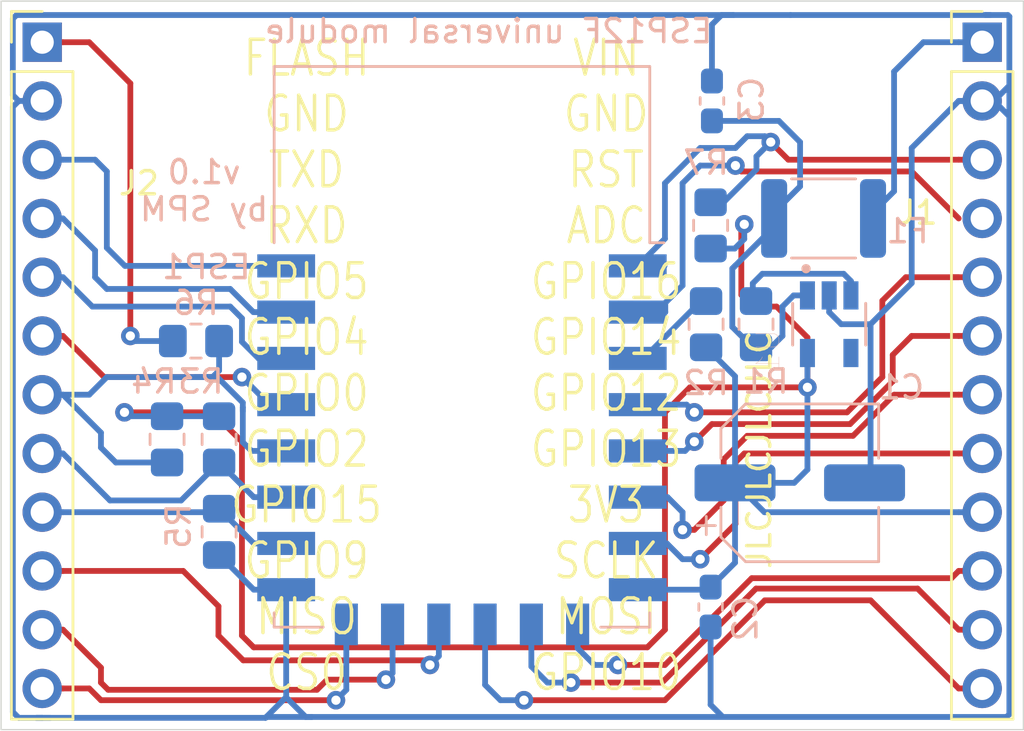
<source format=kicad_pcb>
(kicad_pcb (version 20171130) (host pcbnew 5.1.8)

  (general
    (thickness 1.6)
    (drawings 9)
    (tracks 325)
    (zones 0)
    (modules 19)
    (nets 27)
  )

  (page A4)
  (layers
    (0 F.Cu signal)
    (31 B.Cu signal)
    (32 B.Adhes user)
    (33 F.Adhes user)
    (34 B.Paste user)
    (35 F.Paste user)
    (36 B.SilkS user hide)
    (37 F.SilkS user)
    (38 B.Mask user)
    (39 F.Mask user)
    (40 Dwgs.User user)
    (41 Cmts.User user)
    (42 Eco1.User user)
    (43 Eco2.User user)
    (44 Edge.Cuts user)
    (45 Margin user hide)
    (46 B.CrtYd user)
    (47 F.CrtYd user)
    (48 B.Fab user hide)
    (49 F.Fab user hide)
  )

  (setup
    (last_trace_width 0.25)
    (user_trace_width 1)
    (trace_clearance 0.2)
    (zone_clearance 0.508)
    (zone_45_only no)
    (trace_min 0.2)
    (via_size 0.8)
    (via_drill 0.4)
    (via_min_size 0.4)
    (via_min_drill 0.3)
    (uvia_size 0.3)
    (uvia_drill 0.1)
    (uvias_allowed no)
    (uvia_min_size 0.2)
    (uvia_min_drill 0.1)
    (edge_width 0.05)
    (segment_width 0.2)
    (pcb_text_width 0.3)
    (pcb_text_size 1.5 1.5)
    (mod_edge_width 0.12)
    (mod_text_size 1 1)
    (mod_text_width 0.15)
    (pad_size 1.524 1.524)
    (pad_drill 0.762)
    (pad_to_mask_clearance 0)
    (aux_axis_origin 0 0)
    (visible_elements FFFFFF7F)
    (pcbplotparams
      (layerselection 0x010f0_ffffffff)
      (usegerberextensions true)
      (usegerberattributes true)
      (usegerberadvancedattributes true)
      (creategerberjobfile true)
      (excludeedgelayer true)
      (linewidth 0.100000)
      (plotframeref false)
      (viasonmask false)
      (mode 1)
      (useauxorigin false)
      (hpglpennumber 1)
      (hpglpenspeed 20)
      (hpglpendiameter 15.000000)
      (psnegative false)
      (psa4output false)
      (plotreference true)
      (plotvalue false)
      (plotinvisibletext false)
      (padsonsilk false)
      (subtractmaskfromsilk false)
      (outputformat 1)
      (mirror false)
      (drillshape 0)
      (scaleselection 1)
      (outputdirectory "gerber/"))
  )

  (net 0 "")
  (net 1 GND)
  (net 2 "Net-(C1-Pad1)")
  (net 3 "Net-(ESP1-Pad22)")
  (net 4 "Net-(ESP1-Pad21)")
  (net 5 "Net-(ESP1-Pad20)")
  (net 6 "Net-(ESP1-Pad19)")
  (net 7 "Net-(ESP1-Pad18)")
  (net 8 "Net-(ESP1-Pad17)")
  (net 9 "Net-(ESP1-Pad16)")
  (net 10 "Net-(ESP1-Pad14)")
  (net 11 "Net-(ESP1-Pad13)")
  (net 12 "Net-(ESP1-Pad12)")
  (net 13 "Net-(ESP1-Pad11)")
  (net 14 "Net-(ESP1-Pad10)")
  (net 15 "Net-(ESP1-Pad9)")
  (net 16 "Net-(ESP1-Pad7)")
  (net 17 "Net-(ESP1-Pad6)")
  (net 18 "Net-(ESP1-Pad5)")
  (net 19 "Net-(ESP1-Pad4)")
  (net 20 "Net-(ESP1-Pad3)")
  (net 21 "Net-(ESP1-Pad2)")
  (net 22 "Net-(ESP1-Pad1)")
  (net 23 VCC)
  (net 24 "Net-(R1-Pad2)")
  (net 25 "Net-(C3-Pad1)")
  (net 26 "Net-(J2-Pad1)")

  (net_class Default "This is the default net class."
    (clearance 0.2)
    (trace_width 0.25)
    (via_dia 0.8)
    (via_drill 0.4)
    (uvia_dia 0.3)
    (uvia_drill 0.1)
    (add_net GND)
    (add_net "Net-(C1-Pad1)")
    (add_net "Net-(C3-Pad1)")
    (add_net "Net-(ESP1-Pad1)")
    (add_net "Net-(ESP1-Pad10)")
    (add_net "Net-(ESP1-Pad11)")
    (add_net "Net-(ESP1-Pad12)")
    (add_net "Net-(ESP1-Pad13)")
    (add_net "Net-(ESP1-Pad14)")
    (add_net "Net-(ESP1-Pad16)")
    (add_net "Net-(ESP1-Pad17)")
    (add_net "Net-(ESP1-Pad18)")
    (add_net "Net-(ESP1-Pad19)")
    (add_net "Net-(ESP1-Pad2)")
    (add_net "Net-(ESP1-Pad20)")
    (add_net "Net-(ESP1-Pad21)")
    (add_net "Net-(ESP1-Pad22)")
    (add_net "Net-(ESP1-Pad3)")
    (add_net "Net-(ESP1-Pad4)")
    (add_net "Net-(ESP1-Pad5)")
    (add_net "Net-(ESP1-Pad6)")
    (add_net "Net-(ESP1-Pad7)")
    (add_net "Net-(ESP1-Pad9)")
    (add_net "Net-(J2-Pad1)")
    (add_net "Net-(R1-Pad2)")
    (add_net VCC)
  )

  (module Capacitor_SMD:C_0603_1608Metric_Pad1.08x0.95mm_HandSolder (layer B.Cu) (tedit 5F68FEEF) (tstamp 5FCD01F2)
    (at 146.558 71.12 90)
    (descr "Capacitor SMD 0603 (1608 Metric), square (rectangular) end terminal, IPC_7351 nominal with elongated pad for handsoldering. (Body size source: IPC-SM-782 page 76, https://www.pcb-3d.com/wordpress/wp-content/uploads/ipc-sm-782a_amendment_1_and_2.pdf), generated with kicad-footprint-generator")
    (tags "capacitor handsolder")
    (path /5FCE3CA5)
    (attr smd)
    (fp_text reference C3 (at 0.0635 1.7145 90) (layer B.SilkS)
      (effects (font (size 1 1) (thickness 0.15)) (justify mirror))
    )
    (fp_text value 1u (at 0 -1.43 90) (layer B.Fab)
      (effects (font (size 1 1) (thickness 0.15)) (justify mirror))
    )
    (fp_line (start -0.8 -0.4) (end -0.8 0.4) (layer B.Fab) (width 0.1))
    (fp_line (start -0.8 0.4) (end 0.8 0.4) (layer B.Fab) (width 0.1))
    (fp_line (start 0.8 0.4) (end 0.8 -0.4) (layer B.Fab) (width 0.1))
    (fp_line (start 0.8 -0.4) (end -0.8 -0.4) (layer B.Fab) (width 0.1))
    (fp_line (start -0.146267 0.51) (end 0.146267 0.51) (layer B.SilkS) (width 0.12))
    (fp_line (start -0.146267 -0.51) (end 0.146267 -0.51) (layer B.SilkS) (width 0.12))
    (fp_line (start -1.65 -0.73) (end -1.65 0.73) (layer B.CrtYd) (width 0.05))
    (fp_line (start -1.65 0.73) (end 1.65 0.73) (layer B.CrtYd) (width 0.05))
    (fp_line (start 1.65 0.73) (end 1.65 -0.73) (layer B.CrtYd) (width 0.05))
    (fp_line (start 1.65 -0.73) (end -1.65 -0.73) (layer B.CrtYd) (width 0.05))
    (fp_text user %R (at 0 0 90) (layer B.Fab)
      (effects (font (size 0.4 0.4) (thickness 0.06)) (justify mirror))
    )
    (pad 2 smd roundrect (at 0.8625 0 90) (size 1.075 0.95) (layers B.Cu B.Paste B.Mask) (roundrect_rratio 0.25)
      (net 1 GND))
    (pad 1 smd roundrect (at -0.8625 0 90) (size 1.075 0.95) (layers B.Cu B.Paste B.Mask) (roundrect_rratio 0.25)
      (net 25 "Net-(C3-Pad1)"))
    (model ${KISYS3DMOD}/Capacitor_SMD.3dshapes/C_0603_1608Metric.wrl
      (at (xyz 0 0 0))
      (scale (xyz 1 1 1))
      (rotate (xyz 0 0 0))
    )
  )

  (module spm_footprints:SOT94P279X129-5N (layer B.Cu) (tedit 5FCCA0C5) (tstamp 5FCD08F2)
    (at 151.626 80.772 270)
    (path /5FCCACF4)
    (fp_text reference U1 (at 1.175 2.635 90) (layer B.SilkS)
      (effects (font (size 1 1) (thickness 0.015)) (justify mirror))
    )
    (fp_text value RT9013-33GB (at 8.16 -2.635 90) (layer B.Fab)
      (effects (font (size 1 1) (thickness 0.015)) (justify mirror))
    )
    (fp_circle (center -2.4 1) (end -2.3 1) (layer B.Fab) (width 0.2))
    (fp_circle (center -2.4 1) (end -2.3 1) (layer B.SilkS) (width 0.2))
    (fp_line (start -2.11 -1.8) (end -2.11 1.8) (layer B.CrtYd) (width 0.05))
    (fp_line (start 2.11 -1.8) (end -2.11 -1.8) (layer B.CrtYd) (width 0.05))
    (fp_line (start 2.11 1.8) (end 2.11 -1.8) (layer B.CrtYd) (width 0.05))
    (fp_line (start -2.11 1.8) (end 2.11 1.8) (layer B.CrtYd) (width 0.05))
    (fp_line (start -0.9 -1.579) (end 0.9 -1.579) (layer B.SilkS) (width 0.127))
    (fp_line (start -0.9 1.579) (end 0.9 1.579) (layer B.SilkS) (width 0.127))
    (fp_line (start -0.9 -1.55) (end -0.9 1.55) (layer B.Fab) (width 0.127))
    (fp_line (start 0.9 -1.55) (end -0.9 -1.55) (layer B.Fab) (width 0.127))
    (fp_line (start 0.9 1.55) (end 0.9 -1.55) (layer B.Fab) (width 0.127))
    (fp_line (start -0.9 1.55) (end 0.9 1.55) (layer B.Fab) (width 0.127))
    (pad 1 smd rect (at -1.245 0.94 270) (size 1.22 0.65) (layers B.Cu B.Paste B.Mask)
      (net 25 "Net-(C3-Pad1)"))
    (pad 2 smd rect (at -1.245 0 270) (size 1.22 0.65) (layers B.Cu B.Paste B.Mask)
      (net 1 GND))
    (pad 3 smd rect (at -1.245 -0.94 270) (size 1.22 0.65) (layers B.Cu B.Paste B.Mask)
      (net 24 "Net-(R1-Pad2)"))
    (pad 4 smd rect (at 1.245 -0.94 270) (size 1.22 0.65) (layers B.Cu B.Paste B.Mask))
    (pad 5 smd rect (at 1.245 0.94 270) (size 1.22 0.65) (layers B.Cu B.Paste B.Mask)
      (net 2 "Net-(C1-Pad1)"))
  )

  (module Resistor_SMD:R_0805_2012Metric_Pad1.20x1.40mm_HandSolder (layer B.Cu) (tedit 5F68FEEE) (tstamp 5FCD08DD)
    (at 146.5 76.5 90)
    (descr "Resistor SMD 0805 (2012 Metric), square (rectangular) end terminal, IPC_7351 nominal with elongated pad for handsoldering. (Body size source: IPC-SM-782 page 72, https://www.pcb-3d.com/wordpress/wp-content/uploads/ipc-sm-782a_amendment_1_and_2.pdf), generated with kicad-footprint-generator")
    (tags "resistor handsolder")
    (path /5FD060B7)
    (attr smd)
    (fp_text reference R7 (at 2.713 -0.196 180) (layer B.SilkS)
      (effects (font (size 1 1) (thickness 0.15)) (justify mirror))
    )
    (fp_text value 4k7 (at 0 -1.65 90) (layer B.Fab)
      (effects (font (size 1 1) (thickness 0.15)) (justify mirror))
    )
    (fp_line (start 1.85 -0.95) (end -1.85 -0.95) (layer B.CrtYd) (width 0.05))
    (fp_line (start 1.85 0.95) (end 1.85 -0.95) (layer B.CrtYd) (width 0.05))
    (fp_line (start -1.85 0.95) (end 1.85 0.95) (layer B.CrtYd) (width 0.05))
    (fp_line (start -1.85 -0.95) (end -1.85 0.95) (layer B.CrtYd) (width 0.05))
    (fp_line (start -0.227064 -0.735) (end 0.227064 -0.735) (layer B.SilkS) (width 0.12))
    (fp_line (start -0.227064 0.735) (end 0.227064 0.735) (layer B.SilkS) (width 0.12))
    (fp_line (start 1 -0.625) (end -1 -0.625) (layer B.Fab) (width 0.1))
    (fp_line (start 1 0.625) (end 1 -0.625) (layer B.Fab) (width 0.1))
    (fp_line (start -1 0.625) (end 1 0.625) (layer B.Fab) (width 0.1))
    (fp_line (start -1 -0.625) (end -1 0.625) (layer B.Fab) (width 0.1))
    (fp_text user %R (at 0 0 90) (layer B.Fab)
      (effects (font (size 0.5 0.5) (thickness 0.08)) (justify mirror))
    )
    (pad 2 smd roundrect (at 1 0 90) (size 1.2 1.4) (layers B.Cu B.Paste B.Mask) (roundrect_rratio 0.2083325)
      (net 22 "Net-(ESP1-Pad1)"))
    (pad 1 smd roundrect (at -1 0 90) (size 1.2 1.4) (layers B.Cu B.Paste B.Mask) (roundrect_rratio 0.2083325)
      (net 2 "Net-(C1-Pad1)"))
    (model ${KISYS3DMOD}/Resistor_SMD.3dshapes/R_0805_2012Metric.wrl
      (at (xyz 0 0 0))
      (scale (xyz 1 1 1))
      (rotate (xyz 0 0 0))
    )
  )

  (module Resistor_SMD:R_0805_2012Metric_Pad1.20x1.40mm_HandSolder (layer B.Cu) (tedit 5F68FEEE) (tstamp 5FCD08CC)
    (at 124.25 81.5 180)
    (descr "Resistor SMD 0805 (2012 Metric), square (rectangular) end terminal, IPC_7351 nominal with elongated pad for handsoldering. (Body size source: IPC-SM-782 page 72, https://www.pcb-3d.com/wordpress/wp-content/uploads/ipc-sm-782a_amendment_1_and_2.pdf), generated with kicad-footprint-generator")
    (tags "resistor handsolder")
    (path /5FCEC10F)
    (attr smd)
    (fp_text reference R6 (at 0 1.65) (layer B.SilkS)
      (effects (font (size 1 1) (thickness 0.15)) (justify mirror))
    )
    (fp_text value 120R (at 0 -1.65) (layer B.Fab)
      (effects (font (size 1 1) (thickness 0.15)) (justify mirror))
    )
    (fp_line (start 1.85 -0.95) (end -1.85 -0.95) (layer B.CrtYd) (width 0.05))
    (fp_line (start 1.85 0.95) (end 1.85 -0.95) (layer B.CrtYd) (width 0.05))
    (fp_line (start -1.85 0.95) (end 1.85 0.95) (layer B.CrtYd) (width 0.05))
    (fp_line (start -1.85 -0.95) (end -1.85 0.95) (layer B.CrtYd) (width 0.05))
    (fp_line (start -0.227064 -0.735) (end 0.227064 -0.735) (layer B.SilkS) (width 0.12))
    (fp_line (start -0.227064 0.735) (end 0.227064 0.735) (layer B.SilkS) (width 0.12))
    (fp_line (start 1 -0.625) (end -1 -0.625) (layer B.Fab) (width 0.1))
    (fp_line (start 1 0.625) (end 1 -0.625) (layer B.Fab) (width 0.1))
    (fp_line (start -1 0.625) (end 1 0.625) (layer B.Fab) (width 0.1))
    (fp_line (start -1 -0.625) (end -1 0.625) (layer B.Fab) (width 0.1))
    (fp_text user %R (at 0 0) (layer B.Fab)
      (effects (font (size 0.5 0.5) (thickness 0.08)) (justify mirror))
    )
    (pad 2 smd roundrect (at 1 0 180) (size 1.2 1.4) (layers B.Cu B.Paste B.Mask) (roundrect_rratio 0.2083325)
      (net 26 "Net-(J2-Pad1)"))
    (pad 1 smd roundrect (at -1 0 180) (size 1.2 1.4) (layers B.Cu B.Paste B.Mask) (roundrect_rratio 0.2083325)
      (net 7 "Net-(ESP1-Pad18)"))
    (model ${KISYS3DMOD}/Resistor_SMD.3dshapes/R_0805_2012Metric.wrl
      (at (xyz 0 0 0))
      (scale (xyz 1 1 1))
      (rotate (xyz 0 0 0))
    )
  )

  (module Resistor_SMD:R_0805_2012Metric_Pad1.20x1.40mm_HandSolder (layer B.Cu) (tedit 5F68FEEE) (tstamp 5FCD08BB)
    (at 125.25 89.75 90)
    (descr "Resistor SMD 0805 (2012 Metric), square (rectangular) end terminal, IPC_7351 nominal with elongated pad for handsoldering. (Body size source: IPC-SM-782 page 72, https://www.pcb-3d.com/wordpress/wp-content/uploads/ipc-sm-782a_amendment_1_and_2.pdf), generated with kicad-footprint-generator")
    (tags "resistor handsolder")
    (path /5FCE893B)
    (attr smd)
    (fp_text reference R5 (at 0.25 -1.75 90) (layer B.SilkS)
      (effects (font (size 1 1) (thickness 0.15)) (justify mirror))
    )
    (fp_text value 2k2 (at 0 -1.65 90) (layer B.Fab)
      (effects (font (size 1 1) (thickness 0.15)) (justify mirror))
    )
    (fp_line (start 1.85 -0.95) (end -1.85 -0.95) (layer B.CrtYd) (width 0.05))
    (fp_line (start 1.85 0.95) (end 1.85 -0.95) (layer B.CrtYd) (width 0.05))
    (fp_line (start -1.85 0.95) (end 1.85 0.95) (layer B.CrtYd) (width 0.05))
    (fp_line (start -1.85 -0.95) (end -1.85 0.95) (layer B.CrtYd) (width 0.05))
    (fp_line (start -0.227064 -0.735) (end 0.227064 -0.735) (layer B.SilkS) (width 0.12))
    (fp_line (start -0.227064 0.735) (end 0.227064 0.735) (layer B.SilkS) (width 0.12))
    (fp_line (start 1 -0.625) (end -1 -0.625) (layer B.Fab) (width 0.1))
    (fp_line (start 1 0.625) (end 1 -0.625) (layer B.Fab) (width 0.1))
    (fp_line (start -1 0.625) (end 1 0.625) (layer B.Fab) (width 0.1))
    (fp_line (start -1 -0.625) (end -1 0.625) (layer B.Fab) (width 0.1))
    (fp_text user %R (at 0 0 90) (layer B.Fab)
      (effects (font (size 0.5 0.5) (thickness 0.08)) (justify mirror))
    )
    (pad 2 smd roundrect (at 1 0 90) (size 1.2 1.4) (layers B.Cu B.Paste B.Mask) (roundrect_rratio 0.2083325)
      (net 9 "Net-(ESP1-Pad16)"))
    (pad 1 smd roundrect (at -1 0 90) (size 1.2 1.4) (layers B.Cu B.Paste B.Mask) (roundrect_rratio 0.2083325)
      (net 1 GND))
    (model ${KISYS3DMOD}/Resistor_SMD.3dshapes/R_0805_2012Metric.wrl
      (at (xyz 0 0 0))
      (scale (xyz 1 1 1))
      (rotate (xyz 0 0 0))
    )
  )

  (module Resistor_SMD:R_0805_2012Metric_Pad1.20x1.40mm_HandSolder (layer B.Cu) (tedit 5F68FEEE) (tstamp 5FCD08AA)
    (at 123 85.75 270)
    (descr "Resistor SMD 0805 (2012 Metric), square (rectangular) end terminal, IPC_7351 nominal with elongated pad for handsoldering. (Body size source: IPC-SM-782 page 72, https://www.pcb-3d.com/wordpress/wp-content/uploads/ipc-sm-782a_amendment_1_and_2.pdf), generated with kicad-footprint-generator")
    (tags "resistor handsolder")
    (path /5FCE7B20)
    (attr smd)
    (fp_text reference R4 (at -2.5 0.572 180) (layer B.SilkS)
      (effects (font (size 1 1) (thickness 0.15)) (justify mirror))
    )
    (fp_text value 4k7 (at 0 -1.65 90) (layer B.Fab)
      (effects (font (size 1 1) (thickness 0.15)) (justify mirror))
    )
    (fp_line (start 1.85 -0.95) (end -1.85 -0.95) (layer B.CrtYd) (width 0.05))
    (fp_line (start 1.85 0.95) (end 1.85 -0.95) (layer B.CrtYd) (width 0.05))
    (fp_line (start -1.85 0.95) (end 1.85 0.95) (layer B.CrtYd) (width 0.05))
    (fp_line (start -1.85 -0.95) (end -1.85 0.95) (layer B.CrtYd) (width 0.05))
    (fp_line (start -0.227064 -0.735) (end 0.227064 -0.735) (layer B.SilkS) (width 0.12))
    (fp_line (start -0.227064 0.735) (end 0.227064 0.735) (layer B.SilkS) (width 0.12))
    (fp_line (start 1 -0.625) (end -1 -0.625) (layer B.Fab) (width 0.1))
    (fp_line (start 1 0.625) (end 1 -0.625) (layer B.Fab) (width 0.1))
    (fp_line (start -1 0.625) (end 1 0.625) (layer B.Fab) (width 0.1))
    (fp_line (start -1 -0.625) (end -1 0.625) (layer B.Fab) (width 0.1))
    (fp_text user %R (at 0 0 90) (layer B.Fab)
      (effects (font (size 0.5 0.5) (thickness 0.08)) (justify mirror))
    )
    (pad 2 smd roundrect (at 1 0 270) (size 1.2 1.4) (layers B.Cu B.Paste B.Mask) (roundrect_rratio 0.2083325)
      (net 7 "Net-(ESP1-Pad18)"))
    (pad 1 smd roundrect (at -1 0 270) (size 1.2 1.4) (layers B.Cu B.Paste B.Mask) (roundrect_rratio 0.2083325)
      (net 2 "Net-(C1-Pad1)"))
    (model ${KISYS3DMOD}/Resistor_SMD.3dshapes/R_0805_2012Metric.wrl
      (at (xyz 0 0 0))
      (scale (xyz 1 1 1))
      (rotate (xyz 0 0 0))
    )
  )

  (module Resistor_SMD:R_0805_2012Metric_Pad1.20x1.40mm_HandSolder (layer B.Cu) (tedit 5F68FEEE) (tstamp 5FCD0899)
    (at 125.25 85.75 90)
    (descr "Resistor SMD 0805 (2012 Metric), square (rectangular) end terminal, IPC_7351 nominal with elongated pad for handsoldering. (Body size source: IPC-SM-782 page 72, https://www.pcb-3d.com/wordpress/wp-content/uploads/ipc-sm-782a_amendment_1_and_2.pdf), generated with kicad-footprint-generator")
    (tags "resistor handsolder")
    (path /5FCE48A0)
    (attr smd)
    (fp_text reference R3 (at 2.5 -0.79 180) (layer B.SilkS)
      (effects (font (size 1 1) (thickness 0.15)) (justify mirror))
    )
    (fp_text value 4k7 (at 0 -1.65 90) (layer B.Fab)
      (effects (font (size 1 1) (thickness 0.15)) (justify mirror))
    )
    (fp_line (start 1.85 -0.95) (end -1.85 -0.95) (layer B.CrtYd) (width 0.05))
    (fp_line (start 1.85 0.95) (end 1.85 -0.95) (layer B.CrtYd) (width 0.05))
    (fp_line (start -1.85 0.95) (end 1.85 0.95) (layer B.CrtYd) (width 0.05))
    (fp_line (start -1.85 -0.95) (end -1.85 0.95) (layer B.CrtYd) (width 0.05))
    (fp_line (start -0.227064 -0.735) (end 0.227064 -0.735) (layer B.SilkS) (width 0.12))
    (fp_line (start -0.227064 0.735) (end 0.227064 0.735) (layer B.SilkS) (width 0.12))
    (fp_line (start 1 -0.625) (end -1 -0.625) (layer B.Fab) (width 0.1))
    (fp_line (start 1 0.625) (end 1 -0.625) (layer B.Fab) (width 0.1))
    (fp_line (start -1 0.625) (end 1 0.625) (layer B.Fab) (width 0.1))
    (fp_line (start -1 -0.625) (end -1 0.625) (layer B.Fab) (width 0.1))
    (fp_text user %R (at 0 0 90) (layer B.Fab)
      (effects (font (size 0.5 0.5) (thickness 0.08)) (justify mirror))
    )
    (pad 2 smd roundrect (at 1 0 90) (size 1.2 1.4) (layers B.Cu B.Paste B.Mask) (roundrect_rratio 0.2083325)
      (net 2 "Net-(C1-Pad1)"))
    (pad 1 smd roundrect (at -1 0 90) (size 1.2 1.4) (layers B.Cu B.Paste B.Mask) (roundrect_rratio 0.2083325)
      (net 8 "Net-(ESP1-Pad17)"))
    (model ${KISYS3DMOD}/Resistor_SMD.3dshapes/R_0805_2012Metric.wrl
      (at (xyz 0 0 0))
      (scale (xyz 1 1 1))
      (rotate (xyz 0 0 0))
    )
  )

  (module Resistor_SMD:R_0805_2012Metric_Pad1.20x1.40mm_HandSolder (layer B.Cu) (tedit 5F68FEEE) (tstamp 5FCD0888)
    (at 146.304 80.772 90)
    (descr "Resistor SMD 0805 (2012 Metric), square (rectangular) end terminal, IPC_7351 nominal with elongated pad for handsoldering. (Body size source: IPC-SM-782 page 72, https://www.pcb-3d.com/wordpress/wp-content/uploads/ipc-sm-782a_amendment_1_and_2.pdf), generated with kicad-footprint-generator")
    (tags "resistor handsolder")
    (path /5FCE161F)
    (attr smd)
    (fp_text reference R2 (at -2.54 0 180) (layer B.SilkS)
      (effects (font (size 1 1) (thickness 0.15)) (justify mirror))
    )
    (fp_text value 10k (at 0 -1.65 90) (layer B.Fab)
      (effects (font (size 1 1) (thickness 0.15)) (justify mirror))
    )
    (fp_line (start 1.85 -0.95) (end -1.85 -0.95) (layer B.CrtYd) (width 0.05))
    (fp_line (start 1.85 0.95) (end 1.85 -0.95) (layer B.CrtYd) (width 0.05))
    (fp_line (start -1.85 0.95) (end 1.85 0.95) (layer B.CrtYd) (width 0.05))
    (fp_line (start -1.85 -0.95) (end -1.85 0.95) (layer B.CrtYd) (width 0.05))
    (fp_line (start -0.227064 -0.735) (end 0.227064 -0.735) (layer B.SilkS) (width 0.12))
    (fp_line (start -0.227064 0.735) (end 0.227064 0.735) (layer B.SilkS) (width 0.12))
    (fp_line (start 1 -0.625) (end -1 -0.625) (layer B.Fab) (width 0.1))
    (fp_line (start 1 0.625) (end 1 -0.625) (layer B.Fab) (width 0.1))
    (fp_line (start -1 0.625) (end 1 0.625) (layer B.Fab) (width 0.1))
    (fp_line (start -1 -0.625) (end -1 0.625) (layer B.Fab) (width 0.1))
    (fp_text user %R (at 0 0 90) (layer B.Fab)
      (effects (font (size 0.5 0.5) (thickness 0.08)) (justify mirror))
    )
    (pad 2 smd roundrect (at 1 0 90) (size 1.2 1.4) (layers B.Cu B.Paste B.Mask) (roundrect_rratio 0.2083325)
      (net 20 "Net-(ESP1-Pad3)"))
    (pad 1 smd roundrect (at -1 0 90) (size 1.2 1.4) (layers B.Cu B.Paste B.Mask) (roundrect_rratio 0.2083325)
      (net 2 "Net-(C1-Pad1)"))
    (model ${KISYS3DMOD}/Resistor_SMD.3dshapes/R_0805_2012Metric.wrl
      (at (xyz 0 0 0))
      (scale (xyz 1 1 1))
      (rotate (xyz 0 0 0))
    )
  )

  (module Resistor_SMD:R_0805_2012Metric_Pad1.20x1.40mm_HandSolder (layer B.Cu) (tedit 5F68FEEE) (tstamp 5FCD0877)
    (at 148.463 80.772 90)
    (descr "Resistor SMD 0805 (2012 Metric), square (rectangular) end terminal, IPC_7351 nominal with elongated pad for handsoldering. (Body size source: IPC-SM-782 page 72, https://www.pcb-3d.com/wordpress/wp-content/uploads/ipc-sm-782a_amendment_1_and_2.pdf), generated with kicad-footprint-generator")
    (tags "resistor handsolder")
    (path /5FCCCF0C)
    (attr smd)
    (fp_text reference R1 (at -2.478 0.426 180) (layer B.SilkS)
      (effects (font (size 1 1) (thickness 0.15)) (justify mirror))
    )
    (fp_text value 10k (at 0 -1.65 90) (layer B.Fab)
      (effects (font (size 1 1) (thickness 0.15)) (justify mirror))
    )
    (fp_line (start 1.85 -0.95) (end -1.85 -0.95) (layer B.CrtYd) (width 0.05))
    (fp_line (start 1.85 0.95) (end 1.85 -0.95) (layer B.CrtYd) (width 0.05))
    (fp_line (start -1.85 0.95) (end 1.85 0.95) (layer B.CrtYd) (width 0.05))
    (fp_line (start -1.85 -0.95) (end -1.85 0.95) (layer B.CrtYd) (width 0.05))
    (fp_line (start -0.227064 -0.735) (end 0.227064 -0.735) (layer B.SilkS) (width 0.12))
    (fp_line (start -0.227064 0.735) (end 0.227064 0.735) (layer B.SilkS) (width 0.12))
    (fp_line (start 1 -0.625) (end -1 -0.625) (layer B.Fab) (width 0.1))
    (fp_line (start 1 0.625) (end 1 -0.625) (layer B.Fab) (width 0.1))
    (fp_line (start -1 0.625) (end 1 0.625) (layer B.Fab) (width 0.1))
    (fp_line (start -1 -0.625) (end -1 0.625) (layer B.Fab) (width 0.1))
    (fp_text user %R (at 0 0 90) (layer B.Fab)
      (effects (font (size 0.5 0.5) (thickness 0.08)) (justify mirror))
    )
    (pad 2 smd roundrect (at 1 0 90) (size 1.2 1.4) (layers B.Cu B.Paste B.Mask) (roundrect_rratio 0.2083325)
      (net 24 "Net-(R1-Pad2)"))
    (pad 1 smd roundrect (at -1 0 90) (size 1.2 1.4) (layers B.Cu B.Paste B.Mask) (roundrect_rratio 0.2083325)
      (net 25 "Net-(C3-Pad1)"))
    (model ${KISYS3DMOD}/Resistor_SMD.3dshapes/R_0805_2012Metric.wrl
      (at (xyz 0 0 0))
      (scale (xyz 1 1 1))
      (rotate (xyz 0 0 0))
    )
  )

  (module Connector_PinHeader_2.54mm:PinHeader_1x12_P2.54mm_Vertical (layer F.Cu) (tedit 59FED5CC) (tstamp 5FCD0844)
    (at 117.602 68.58)
    (descr "Through hole straight pin header, 1x12, 2.54mm pitch, single row")
    (tags "Through hole pin header THT 1x12 2.54mm single row")
    (path /5FEB6AE5)
    (fp_text reference J2 (at 4.182 6.096) (layer F.SilkS)
      (effects (font (size 1 1) (thickness 0.15)))
    )
    (fp_text value Conn_01x12 (at 0 30.27) (layer F.Fab)
      (effects (font (size 1 1) (thickness 0.15)))
    )
    (fp_line (start 1.8 -1.8) (end -1.8 -1.8) (layer F.CrtYd) (width 0.05))
    (fp_line (start 1.8 29.75) (end 1.8 -1.8) (layer F.CrtYd) (width 0.05))
    (fp_line (start -1.8 29.75) (end 1.8 29.75) (layer F.CrtYd) (width 0.05))
    (fp_line (start -1.8 -1.8) (end -1.8 29.75) (layer F.CrtYd) (width 0.05))
    (fp_line (start -1.33 -1.33) (end 0 -1.33) (layer F.SilkS) (width 0.12))
    (fp_line (start -1.33 0) (end -1.33 -1.33) (layer F.SilkS) (width 0.12))
    (fp_line (start -1.33 1.27) (end 1.33 1.27) (layer F.SilkS) (width 0.12))
    (fp_line (start 1.33 1.27) (end 1.33 29.27) (layer F.SilkS) (width 0.12))
    (fp_line (start -1.33 1.27) (end -1.33 29.27) (layer F.SilkS) (width 0.12))
    (fp_line (start -1.33 29.27) (end 1.33 29.27) (layer F.SilkS) (width 0.12))
    (fp_line (start -1.27 -0.635) (end -0.635 -1.27) (layer F.Fab) (width 0.1))
    (fp_line (start -1.27 29.21) (end -1.27 -0.635) (layer F.Fab) (width 0.1))
    (fp_line (start 1.27 29.21) (end -1.27 29.21) (layer F.Fab) (width 0.1))
    (fp_line (start 1.27 -1.27) (end 1.27 29.21) (layer F.Fab) (width 0.1))
    (fp_line (start -0.635 -1.27) (end 1.27 -1.27) (layer F.Fab) (width 0.1))
    (fp_text user %R (at 0 13.97 90) (layer F.Fab)
      (effects (font (size 1 1) (thickness 0.15)))
    )
    (pad 12 thru_hole oval (at 0 27.94) (size 1.7 1.7) (drill 1) (layers *.Cu *.Mask)
      (net 10 "Net-(ESP1-Pad14)"))
    (pad 11 thru_hole oval (at 0 25.4) (size 1.7 1.7) (drill 1) (layers *.Cu *.Mask)
      (net 11 "Net-(ESP1-Pad13)"))
    (pad 10 thru_hole oval (at 0 22.86) (size 1.7 1.7) (drill 1) (layers *.Cu *.Mask)
      (net 12 "Net-(ESP1-Pad12)"))
    (pad 9 thru_hole oval (at 0 20.32) (size 1.7 1.7) (drill 1) (layers *.Cu *.Mask)
      (net 9 "Net-(ESP1-Pad16)"))
    (pad 8 thru_hole oval (at 0 17.78) (size 1.7 1.7) (drill 1) (layers *.Cu *.Mask)
      (net 8 "Net-(ESP1-Pad17)"))
    (pad 7 thru_hole oval (at 0 15.24) (size 1.7 1.7) (drill 1) (layers *.Cu *.Mask)
      (net 7 "Net-(ESP1-Pad18)"))
    (pad 6 thru_hole oval (at 0 12.7) (size 1.7 1.7) (drill 1) (layers *.Cu *.Mask)
      (net 6 "Net-(ESP1-Pad19)"))
    (pad 5 thru_hole oval (at 0 10.16) (size 1.7 1.7) (drill 1) (layers *.Cu *.Mask)
      (net 5 "Net-(ESP1-Pad20)"))
    (pad 4 thru_hole oval (at 0 7.62) (size 1.7 1.7) (drill 1) (layers *.Cu *.Mask)
      (net 4 "Net-(ESP1-Pad21)"))
    (pad 3 thru_hole oval (at 0 5.08) (size 1.7 1.7) (drill 1) (layers *.Cu *.Mask)
      (net 3 "Net-(ESP1-Pad22)"))
    (pad 2 thru_hole oval (at 0 2.54) (size 1.7 1.7) (drill 1) (layers *.Cu *.Mask)
      (net 1 GND))
    (pad 1 thru_hole rect (at 0 0) (size 1.7 1.7) (drill 1) (layers *.Cu *.Mask)
      (net 26 "Net-(J2-Pad1)"))
    (model ${KISYS3DMOD}/Connector_PinHeader_2.54mm.3dshapes/PinHeader_1x12_P2.54mm_Vertical.wrl
      (at (xyz 0 0 0))
      (scale (xyz 1 1 1))
      (rotate (xyz 0 0 0))
    )
  )

  (module Connector_PinHeader_2.54mm:PinHeader_1x12_P2.54mm_Vertical (layer F.Cu) (tedit 59FED5CC) (tstamp 5FCD0802)
    (at 158.242 68.58)
    (descr "Through hole straight pin header, 1x12, 2.54mm pitch, single row")
    (tags "Through hole pin header THT 1x12 2.54mm single row")
    (path /5FDAD99F)
    (fp_text reference J1 (at -2.794 7.366) (layer F.SilkS)
      (effects (font (size 1 1) (thickness 0.15)))
    )
    (fp_text value Conn_01x12 (at 0 30.27) (layer F.Fab)
      (effects (font (size 1 1) (thickness 0.15)))
    )
    (fp_line (start 1.8 -1.8) (end -1.8 -1.8) (layer F.CrtYd) (width 0.05))
    (fp_line (start 1.8 29.75) (end 1.8 -1.8) (layer F.CrtYd) (width 0.05))
    (fp_line (start -1.8 29.75) (end 1.8 29.75) (layer F.CrtYd) (width 0.05))
    (fp_line (start -1.8 -1.8) (end -1.8 29.75) (layer F.CrtYd) (width 0.05))
    (fp_line (start -1.33 -1.33) (end 0 -1.33) (layer F.SilkS) (width 0.12))
    (fp_line (start -1.33 0) (end -1.33 -1.33) (layer F.SilkS) (width 0.12))
    (fp_line (start -1.33 1.27) (end 1.33 1.27) (layer F.SilkS) (width 0.12))
    (fp_line (start 1.33 1.27) (end 1.33 29.27) (layer F.SilkS) (width 0.12))
    (fp_line (start -1.33 1.27) (end -1.33 29.27) (layer F.SilkS) (width 0.12))
    (fp_line (start -1.33 29.27) (end 1.33 29.27) (layer F.SilkS) (width 0.12))
    (fp_line (start -1.27 -0.635) (end -0.635 -1.27) (layer F.Fab) (width 0.1))
    (fp_line (start -1.27 29.21) (end -1.27 -0.635) (layer F.Fab) (width 0.1))
    (fp_line (start 1.27 29.21) (end -1.27 29.21) (layer F.Fab) (width 0.1))
    (fp_line (start 1.27 -1.27) (end 1.27 29.21) (layer F.Fab) (width 0.1))
    (fp_line (start -0.635 -1.27) (end 1.27 -1.27) (layer F.Fab) (width 0.1))
    (fp_text user %R (at 0 13.97 90) (layer F.Fab)
      (effects (font (size 1 1) (thickness 0.15)))
    )
    (pad 12 thru_hole oval (at 0 27.94) (size 1.7 1.7) (drill 1) (layers *.Cu *.Mask)
      (net 13 "Net-(ESP1-Pad11)"))
    (pad 11 thru_hole oval (at 0 25.4) (size 1.7 1.7) (drill 1) (layers *.Cu *.Mask)
      (net 14 "Net-(ESP1-Pad10)"))
    (pad 10 thru_hole oval (at 0 22.86) (size 1.7 1.7) (drill 1) (layers *.Cu *.Mask)
      (net 15 "Net-(ESP1-Pad9)"))
    (pad 9 thru_hole oval (at 0 20.32) (size 1.7 1.7) (drill 1) (layers *.Cu *.Mask)
      (net 2 "Net-(C1-Pad1)"))
    (pad 8 thru_hole oval (at 0 17.78) (size 1.7 1.7) (drill 1) (layers *.Cu *.Mask)
      (net 16 "Net-(ESP1-Pad7)"))
    (pad 7 thru_hole oval (at 0 15.24) (size 1.7 1.7) (drill 1) (layers *.Cu *.Mask)
      (net 17 "Net-(ESP1-Pad6)"))
    (pad 6 thru_hole oval (at 0 12.7) (size 1.7 1.7) (drill 1) (layers *.Cu *.Mask)
      (net 18 "Net-(ESP1-Pad5)"))
    (pad 5 thru_hole oval (at 0 10.16) (size 1.7 1.7) (drill 1) (layers *.Cu *.Mask)
      (net 19 "Net-(ESP1-Pad4)"))
    (pad 4 thru_hole oval (at 0 7.62) (size 1.7 1.7) (drill 1) (layers *.Cu *.Mask)
      (net 21 "Net-(ESP1-Pad2)"))
    (pad 3 thru_hole oval (at 0 5.08) (size 1.7 1.7) (drill 1) (layers *.Cu *.Mask)
      (net 22 "Net-(ESP1-Pad1)"))
    (pad 2 thru_hole oval (at 0 2.54) (size 1.7 1.7) (drill 1) (layers *.Cu *.Mask)
      (net 1 GND))
    (pad 1 thru_hole rect (at 0 0) (size 1.7 1.7) (drill 1) (layers *.Cu *.Mask)
      (net 23 VCC))
    (model ${KISYS3DMOD}/Connector_PinHeader_2.54mm.3dshapes/PinHeader_1x12_P2.54mm_Vertical.wrl
      (at (xyz 0 0 0))
      (scale (xyz 1 1 1))
      (rotate (xyz 0 0 0))
    )
  )

  (module MountingHole:MountingHole_2.7mm_M2.5 (layer F.Cu) (tedit 56D1B4CB) (tstamp 5FCD07E2)
    (at 152.25 94.5)
    (descr "Mounting Hole 2.7mm, no annular, M2.5")
    (tags "mounting hole 2.7mm no annular m2.5")
    (path /5FF7E702)
    (attr virtual)
    (fp_text reference H4 (at -3.914 2.528) (layer F.SilkS) hide
      (effects (font (size 1 1) (thickness 0.15)))
    )
    (fp_text value MountingHole (at 0 3.7) (layer F.Fab)
      (effects (font (size 1 1) (thickness 0.15)))
    )
    (fp_circle (center 0 0) (end 2.95 0) (layer F.CrtYd) (width 0.05))
    (fp_circle (center 0 0) (end 2.7 0) (layer Cmts.User) (width 0.15))
    (fp_text user %R (at 0.3 0) (layer F.Fab)
      (effects (font (size 1 1) (thickness 0.15)))
    )
    (pad 1 np_thru_hole circle (at 0 0) (size 2.7 2.7) (drill 2.7) (layers *.Cu *.Mask))
  )

  (module MountingHole:MountingHole_2.7mm_M2.5 (layer F.Cu) (tedit 56D1B4CB) (tstamp 5FCD07DA)
    (at 152.25 70)
    (descr "Mounting Hole 2.7mm, no annular, M2.5")
    (tags "mounting hole 2.7mm no annular m2.5")
    (path /5FF7E1CB)
    (attr virtual)
    (fp_text reference H3 (at -4.168 -2.182) (layer F.SilkS) hide
      (effects (font (size 1 1) (thickness 0.15)))
    )
    (fp_text value MountingHole (at 0 3.7) (layer F.Fab)
      (effects (font (size 1 1) (thickness 0.15)))
    )
    (fp_circle (center 0 0) (end 2.95 0) (layer F.CrtYd) (width 0.05))
    (fp_circle (center 0 0) (end 2.7 0) (layer Cmts.User) (width 0.15))
    (fp_text user %R (at 0.3 0) (layer F.Fab)
      (effects (font (size 1 1) (thickness 0.15)))
    )
    (pad 1 np_thru_hole circle (at 0 0) (size 2.7 2.7) (drill 2.7) (layers *.Cu *.Mask))
  )

  (module MountingHole:MountingHole_2.7mm_M2.5 (layer F.Cu) (tedit 56D1B4CB) (tstamp 5FCD07D2)
    (at 123.25 94.5)
    (descr "Mounting Hole 2.7mm, no annular, M2.5")
    (tags "mounting hole 2.7mm no annular m2.5")
    (path /5FF7DD06)
    (attr virtual)
    (fp_text reference H2 (at 3.75 2.528) (layer F.SilkS) hide
      (effects (font (size 1 1) (thickness 0.15)))
    )
    (fp_text value MountingHole (at 0 3.7) (layer F.Fab)
      (effects (font (size 1 1) (thickness 0.15)))
    )
    (fp_circle (center 0 0) (end 2.95 0) (layer F.CrtYd) (width 0.05))
    (fp_circle (center 0 0) (end 2.7 0) (layer Cmts.User) (width 0.15))
    (fp_text user %R (at 0.3 0) (layer F.Fab)
      (effects (font (size 1 1) (thickness 0.15)))
    )
    (pad 1 np_thru_hole circle (at 0 0) (size 2.7 2.7) (drill 2.7) (layers *.Cu *.Mask))
  )

  (module MountingHole:MountingHole_2.7mm_M2.5 (layer F.Cu) (tedit 56D1B4CB) (tstamp 5FCD07CA)
    (at 123.25 70)
    (descr "Mounting Hole 2.7mm, no annular, M2.5")
    (tags "mounting hole 2.7mm no annular m2.5")
    (path /5FF7D7C4)
    (attr virtual)
    (fp_text reference H1 (at 4.258 -1.928) (layer F.SilkS) hide
      (effects (font (size 1 1) (thickness 0.15)))
    )
    (fp_text value MountingHole (at 0 3.7) (layer F.Fab)
      (effects (font (size 1 1) (thickness 0.15)))
    )
    (fp_circle (center 0 0) (end 2.95 0) (layer F.CrtYd) (width 0.05))
    (fp_circle (center 0 0) (end 2.7 0) (layer Cmts.User) (width 0.15))
    (fp_text user %R (at 0.3 0) (layer F.Fab)
      (effects (font (size 1 1) (thickness 0.15)))
    )
    (pad 1 np_thru_hole circle (at 0 0) (size 2.7 2.7) (drill 2.7) (layers *.Cu *.Mask))
  )

  (module Fuse:Fuse_1812_4532Metric (layer B.Cu) (tedit 5F68FEF1) (tstamp 5FCD07C2)
    (at 151.384 76.2 180)
    (descr "Fuse SMD 1812 (4532 Metric), square (rectangular) end terminal, IPC_7351 nominal, (Body size source: https://www.nikhef.nl/pub/departments/mt/projects/detectorR_D/dtddice/ERJ2G.pdf), generated with kicad-footprint-generator")
    (tags fuse)
    (path /5FCCB98D)
    (attr smd)
    (fp_text reference F1 (at -3.632 -0.55) (layer B.SilkS)
      (effects (font (size 1 1) (thickness 0.15)) (justify mirror))
    )
    (fp_text value 500mA (at 3.556 2.794) (layer B.Fab)
      (effects (font (size 1 1) (thickness 0.15)) (justify mirror))
    )
    (fp_line (start 2.95 -1.95) (end -2.95 -1.95) (layer B.CrtYd) (width 0.05))
    (fp_line (start 2.95 1.95) (end 2.95 -1.95) (layer B.CrtYd) (width 0.05))
    (fp_line (start -2.95 1.95) (end 2.95 1.95) (layer B.CrtYd) (width 0.05))
    (fp_line (start -2.95 -1.95) (end -2.95 1.95) (layer B.CrtYd) (width 0.05))
    (fp_line (start -1.386252 -1.71) (end 1.386252 -1.71) (layer B.SilkS) (width 0.12))
    (fp_line (start -1.386252 1.71) (end 1.386252 1.71) (layer B.SilkS) (width 0.12))
    (fp_line (start 2.25 -1.6) (end -2.25 -1.6) (layer B.Fab) (width 0.1))
    (fp_line (start 2.25 1.6) (end 2.25 -1.6) (layer B.Fab) (width 0.1))
    (fp_line (start -2.25 1.6) (end 2.25 1.6) (layer B.Fab) (width 0.1))
    (fp_line (start -2.25 -1.6) (end -2.25 1.6) (layer B.Fab) (width 0.1))
    (fp_text user %R (at 0 0) (layer B.Fab)
      (effects (font (size 1 1) (thickness 0.15)) (justify mirror))
    )
    (pad 2 smd roundrect (at 2.1375 0 180) (size 1.125 3.4) (layers B.Cu B.Paste B.Mask) (roundrect_rratio 0.2222213333333333)
      (net 25 "Net-(C3-Pad1)"))
    (pad 1 smd roundrect (at -2.1375 0 180) (size 1.125 3.4) (layers B.Cu B.Paste B.Mask) (roundrect_rratio 0.2222213333333333)
      (net 23 VCC))
    (model ${KISYS3DMOD}/Fuse.3dshapes/Fuse_1812_4532Metric.wrl
      (at (xyz 0 0 0))
      (scale (xyz 1 1 1))
      (rotate (xyz 0 0 0))
    )
  )

  (module RF_Module:ESP-12E (layer B.Cu) (tedit 5A030172) (tstamp 5FCD07B1)
    (at 135.75 81.75 180)
    (descr "Wi-Fi Module, http://wiki.ai-thinker.com/_media/esp8266/docs/aithinker_esp_12f_datasheet_en.pdf")
    (tags "Wi-Fi Module")
    (path /5FCCA3C6)
    (attr smd)
    (fp_text reference ESP1 (at 11.05 3.45) (layer B.SilkS)
      (effects (font (size 1 1) (thickness 0.15)) (justify mirror))
    )
    (fp_text value ESP-12F (at -0.06 12.78) (layer B.Fab)
      (effects (font (size 1 1) (thickness 0.15)) (justify mirror))
    )
    (fp_line (start 5.56 4.8) (end 8.12 7.36) (layer Dwgs.User) (width 0.12))
    (fp_line (start 2.56 4.8) (end 8.12 10.36) (layer Dwgs.User) (width 0.12))
    (fp_line (start -0.44 4.8) (end 6.88 12.12) (layer Dwgs.User) (width 0.12))
    (fp_line (start -3.44 4.8) (end 3.88 12.12) (layer Dwgs.User) (width 0.12))
    (fp_line (start -6.44 4.8) (end 0.88 12.12) (layer Dwgs.User) (width 0.12))
    (fp_line (start -8.12 6.12) (end -2.12 12.12) (layer Dwgs.User) (width 0.12))
    (fp_line (start -8.12 9.12) (end -5.12 12.12) (layer Dwgs.User) (width 0.12))
    (fp_line (start -8.12 4.8) (end -8.12 12.12) (layer Dwgs.User) (width 0.12))
    (fp_line (start 8.12 4.8) (end -8.12 4.8) (layer Dwgs.User) (width 0.12))
    (fp_line (start 8.12 12.12) (end 8.12 4.8) (layer Dwgs.User) (width 0.12))
    (fp_line (start -8.12 12.12) (end 8.12 12.12) (layer Dwgs.User) (width 0.12))
    (fp_line (start -8.12 4.5) (end -8.73 4.5) (layer B.SilkS) (width 0.12))
    (fp_line (start -8.12 4.5) (end -8.12 12.12) (layer B.SilkS) (width 0.12))
    (fp_line (start -8.12 -12.12) (end -8.12 -11.5) (layer B.SilkS) (width 0.12))
    (fp_line (start -6 -12.12) (end -8.12 -12.12) (layer B.SilkS) (width 0.12))
    (fp_line (start 8.12 -12.12) (end 6 -12.12) (layer B.SilkS) (width 0.12))
    (fp_line (start 8.12 -11.5) (end 8.12 -12.12) (layer B.SilkS) (width 0.12))
    (fp_line (start 8.12 12.12) (end 8.12 4.5) (layer B.SilkS) (width 0.12))
    (fp_line (start -8.12 12.12) (end 8.12 12.12) (layer B.SilkS) (width 0.12))
    (fp_line (start -9.05 -13.1) (end -9.05 12.2) (layer B.CrtYd) (width 0.05))
    (fp_line (start 9.05 -13.1) (end -9.05 -13.1) (layer B.CrtYd) (width 0.05))
    (fp_line (start 9.05 12.2) (end 9.05 -13.1) (layer B.CrtYd) (width 0.05))
    (fp_line (start -9.05 12.2) (end 9.05 12.2) (layer B.CrtYd) (width 0.05))
    (fp_line (start -8 4) (end -8 12) (layer B.Fab) (width 0.12))
    (fp_line (start -7.5 3.5) (end -8 4) (layer B.Fab) (width 0.12))
    (fp_line (start -8 3) (end -7.5 3.5) (layer B.Fab) (width 0.12))
    (fp_line (start -8 -12) (end -8 3) (layer B.Fab) (width 0.12))
    (fp_line (start 8 -12) (end -8 -12) (layer B.Fab) (width 0.12))
    (fp_line (start 8 12) (end 8 -12) (layer B.Fab) (width 0.12))
    (fp_line (start -8 12) (end 8 12) (layer B.Fab) (width 0.12))
    (fp_text user %R (at 0.49 0.8) (layer B.Fab)
      (effects (font (size 1 1) (thickness 0.15)) (justify mirror))
    )
    (fp_text user "KEEP-OUT ZONE" (at 0.03 9.55 180) (layer Cmts.User)
      (effects (font (size 1 1) (thickness 0.15)))
    )
    (fp_text user Antenna (at -0.06 7 180) (layer Cmts.User)
      (effects (font (size 1 1) (thickness 0.15)))
    )
    (pad 22 smd rect (at 7.6 3.5 180) (size 2.5 1) (layers B.Cu B.Paste B.Mask)
      (net 3 "Net-(ESP1-Pad22)"))
    (pad 21 smd rect (at 7.6 1.5 180) (size 2.5 1) (layers B.Cu B.Paste B.Mask)
      (net 4 "Net-(ESP1-Pad21)"))
    (pad 20 smd rect (at 7.6 -0.5 180) (size 2.5 1) (layers B.Cu B.Paste B.Mask)
      (net 5 "Net-(ESP1-Pad20)"))
    (pad 19 smd rect (at 7.6 -2.5 180) (size 2.5 1) (layers B.Cu B.Paste B.Mask)
      (net 6 "Net-(ESP1-Pad19)"))
    (pad 18 smd rect (at 7.6 -4.5 180) (size 2.5 1) (layers B.Cu B.Paste B.Mask)
      (net 7 "Net-(ESP1-Pad18)"))
    (pad 17 smd rect (at 7.6 -6.5 180) (size 2.5 1) (layers B.Cu B.Paste B.Mask)
      (net 8 "Net-(ESP1-Pad17)"))
    (pad 16 smd rect (at 7.6 -8.5 180) (size 2.5 1) (layers B.Cu B.Paste B.Mask)
      (net 9 "Net-(ESP1-Pad16)"))
    (pad 15 smd rect (at 7.6 -10.5 180) (size 2.5 1) (layers B.Cu B.Paste B.Mask)
      (net 1 GND))
    (pad 14 smd rect (at 5 -12 180) (size 1 1.8) (layers B.Cu B.Paste B.Mask)
      (net 10 "Net-(ESP1-Pad14)"))
    (pad 13 smd rect (at 3 -12 180) (size 1 1.8) (layers B.Cu B.Paste B.Mask)
      (net 11 "Net-(ESP1-Pad13)"))
    (pad 12 smd rect (at 1 -12 180) (size 1 1.8) (layers B.Cu B.Paste B.Mask)
      (net 12 "Net-(ESP1-Pad12)"))
    (pad 11 smd rect (at -1 -12 180) (size 1 1.8) (layers B.Cu B.Paste B.Mask)
      (net 13 "Net-(ESP1-Pad11)"))
    (pad 10 smd rect (at -3 -12 180) (size 1 1.8) (layers B.Cu B.Paste B.Mask)
      (net 14 "Net-(ESP1-Pad10)"))
    (pad 9 smd rect (at -5 -12 180) (size 1 1.8) (layers B.Cu B.Paste B.Mask)
      (net 15 "Net-(ESP1-Pad9)"))
    (pad 8 smd rect (at -7.6 -10.5 180) (size 2.5 1) (layers B.Cu B.Paste B.Mask)
      (net 2 "Net-(C1-Pad1)"))
    (pad 7 smd rect (at -7.6 -8.5 180) (size 2.5 1) (layers B.Cu B.Paste B.Mask)
      (net 16 "Net-(ESP1-Pad7)"))
    (pad 6 smd rect (at -7.6 -6.5 180) (size 2.5 1) (layers B.Cu B.Paste B.Mask)
      (net 17 "Net-(ESP1-Pad6)"))
    (pad 5 smd rect (at -7.6 -4.5 180) (size 2.5 1) (layers B.Cu B.Paste B.Mask)
      (net 18 "Net-(ESP1-Pad5)"))
    (pad 4 smd rect (at -7.6 -2.5 180) (size 2.5 1) (layers B.Cu B.Paste B.Mask)
      (net 19 "Net-(ESP1-Pad4)"))
    (pad 3 smd rect (at -7.6 -0.5 180) (size 2.5 1) (layers B.Cu B.Paste B.Mask)
      (net 20 "Net-(ESP1-Pad3)"))
    (pad 2 smd rect (at -7.6 1.5 180) (size 2.5 1) (layers B.Cu B.Paste B.Mask)
      (net 21 "Net-(ESP1-Pad2)"))
    (pad 1 smd rect (at -7.6 3.5 180) (size 2.5 1) (layers B.Cu B.Paste B.Mask)
      (net 22 "Net-(ESP1-Pad1)"))
    (model ${KISYS3DMOD}/RF_Module.3dshapes/ESP-12E.wrl
      (at (xyz 0 0 0))
      (scale (xyz 1 1 1))
      (rotate (xyz 0 0 0))
    )
  )

  (module Capacitor_SMD:C_0603_1608Metric_Pad1.08x0.95mm_HandSolder (layer B.Cu) (tedit 5F68FEEF) (tstamp 5FCD0776)
    (at 146.5 93 270)
    (descr "Capacitor SMD 0603 (1608 Metric), square (rectangular) end terminal, IPC_7351 nominal with elongated pad for handsoldering. (Body size source: IPC-SM-782 page 76, https://www.pcb-3d.com/wordpress/wp-content/uploads/ipc-sm-782a_amendment_1_and_2.pdf), generated with kicad-footprint-generator")
    (tags "capacitor handsolder")
    (path /5FCCC6A0)
    (attr smd)
    (fp_text reference C2 (at 0.5 -1.5 90) (layer B.SilkS)
      (effects (font (size 1 1) (thickness 0.15)) (justify mirror))
    )
    (fp_text value 100n (at 0 -1.43 90) (layer B.Fab)
      (effects (font (size 1 1) (thickness 0.15)) (justify mirror))
    )
    (fp_line (start 1.65 -0.73) (end -1.65 -0.73) (layer B.CrtYd) (width 0.05))
    (fp_line (start 1.65 0.73) (end 1.65 -0.73) (layer B.CrtYd) (width 0.05))
    (fp_line (start -1.65 0.73) (end 1.65 0.73) (layer B.CrtYd) (width 0.05))
    (fp_line (start -1.65 -0.73) (end -1.65 0.73) (layer B.CrtYd) (width 0.05))
    (fp_line (start -0.146267 -0.51) (end 0.146267 -0.51) (layer B.SilkS) (width 0.12))
    (fp_line (start -0.146267 0.51) (end 0.146267 0.51) (layer B.SilkS) (width 0.12))
    (fp_line (start 0.8 -0.4) (end -0.8 -0.4) (layer B.Fab) (width 0.1))
    (fp_line (start 0.8 0.4) (end 0.8 -0.4) (layer B.Fab) (width 0.1))
    (fp_line (start -0.8 0.4) (end 0.8 0.4) (layer B.Fab) (width 0.1))
    (fp_line (start -0.8 -0.4) (end -0.8 0.4) (layer B.Fab) (width 0.1))
    (fp_text user %R (at 0 0 90) (layer B.Fab)
      (effects (font (size 0.4 0.4) (thickness 0.06)) (justify mirror))
    )
    (pad 2 smd roundrect (at 0.8625 0 270) (size 1.075 0.95) (layers B.Cu B.Paste B.Mask) (roundrect_rratio 0.25)
      (net 1 GND))
    (pad 1 smd roundrect (at -0.8625 0 270) (size 1.075 0.95) (layers B.Cu B.Paste B.Mask) (roundrect_rratio 0.25)
      (net 2 "Net-(C1-Pad1)"))
    (model ${KISYS3DMOD}/Capacitor_SMD.3dshapes/C_0603_1608Metric.wrl
      (at (xyz 0 0 0))
      (scale (xyz 1 1 1))
      (rotate (xyz 0 0 0))
    )
  )

  (module Capacitor_SMD:CP_Elec_6.3x5.3 (layer B.Cu) (tedit 5BCA39D0) (tstamp 5FCD0765)
    (at 150.356 87.63)
    (descr "SMD capacitor, aluminum electrolytic, Cornell Dubilier, 6.3x5.3mm")
    (tags "capacitor electrolytic")
    (path /5FCCBFA9)
    (attr smd)
    (fp_text reference C1 (at 4.394 -4.13) (layer B.SilkS)
      (effects (font (size 1 1) (thickness 0.15)) (justify mirror))
    )
    (fp_text value 47u (at 0 -4.35) (layer B.Fab)
      (effects (font (size 1 1) (thickness 0.15)) (justify mirror))
    )
    (fp_line (start -4.8 -1.05) (end -3.55 -1.05) (layer B.CrtYd) (width 0.05))
    (fp_line (start -4.8 1.05) (end -4.8 -1.05) (layer B.CrtYd) (width 0.05))
    (fp_line (start -3.55 1.05) (end -4.8 1.05) (layer B.CrtYd) (width 0.05))
    (fp_line (start -3.55 -1.05) (end -3.55 -2.4) (layer B.CrtYd) (width 0.05))
    (fp_line (start -3.55 2.4) (end -3.55 1.05) (layer B.CrtYd) (width 0.05))
    (fp_line (start -3.55 2.4) (end -2.4 3.55) (layer B.CrtYd) (width 0.05))
    (fp_line (start -3.55 -2.4) (end -2.4 -3.55) (layer B.CrtYd) (width 0.05))
    (fp_line (start -2.4 3.55) (end 3.55 3.55) (layer B.CrtYd) (width 0.05))
    (fp_line (start -2.4 -3.55) (end 3.55 -3.55) (layer B.CrtYd) (width 0.05))
    (fp_line (start 3.55 -1.05) (end 3.55 -3.55) (layer B.CrtYd) (width 0.05))
    (fp_line (start 4.8 -1.05) (end 3.55 -1.05) (layer B.CrtYd) (width 0.05))
    (fp_line (start 4.8 1.05) (end 4.8 -1.05) (layer B.CrtYd) (width 0.05))
    (fp_line (start 3.55 1.05) (end 4.8 1.05) (layer B.CrtYd) (width 0.05))
    (fp_line (start 3.55 3.55) (end 3.55 1.05) (layer B.CrtYd) (width 0.05))
    (fp_line (start -4.04375 2.24125) (end -4.04375 1.45375) (layer B.SilkS) (width 0.12))
    (fp_line (start -4.4375 1.8475) (end -3.65 1.8475) (layer B.SilkS) (width 0.12))
    (fp_line (start -3.41 -2.345563) (end -2.345563 -3.41) (layer B.SilkS) (width 0.12))
    (fp_line (start -3.41 2.345563) (end -2.345563 3.41) (layer B.SilkS) (width 0.12))
    (fp_line (start -3.41 2.345563) (end -3.41 1.06) (layer B.SilkS) (width 0.12))
    (fp_line (start -3.41 -2.345563) (end -3.41 -1.06) (layer B.SilkS) (width 0.12))
    (fp_line (start -2.345563 -3.41) (end 3.41 -3.41) (layer B.SilkS) (width 0.12))
    (fp_line (start -2.345563 3.41) (end 3.41 3.41) (layer B.SilkS) (width 0.12))
    (fp_line (start 3.41 3.41) (end 3.41 1.06) (layer B.SilkS) (width 0.12))
    (fp_line (start 3.41 -3.41) (end 3.41 -1.06) (layer B.SilkS) (width 0.12))
    (fp_line (start -2.389838 1.645) (end -2.389838 1.015) (layer B.Fab) (width 0.1))
    (fp_line (start -2.704838 1.33) (end -2.074838 1.33) (layer B.Fab) (width 0.1))
    (fp_line (start -3.3 -2.3) (end -2.3 -3.3) (layer B.Fab) (width 0.1))
    (fp_line (start -3.3 2.3) (end -2.3 3.3) (layer B.Fab) (width 0.1))
    (fp_line (start -3.3 2.3) (end -3.3 -2.3) (layer B.Fab) (width 0.1))
    (fp_line (start -2.3 -3.3) (end 3.3 -3.3) (layer B.Fab) (width 0.1))
    (fp_line (start -2.3 3.3) (end 3.3 3.3) (layer B.Fab) (width 0.1))
    (fp_line (start 3.3 3.3) (end 3.3 -3.3) (layer B.Fab) (width 0.1))
    (fp_circle (center 0 0) (end 3.15 0) (layer B.Fab) (width 0.1))
    (fp_text user %R (at 0 0) (layer B.Fab)
      (effects (font (size 1 1) (thickness 0.15)) (justify mirror))
    )
    (pad 2 smd roundrect (at 2.8 0) (size 3.5 1.6) (layers B.Cu B.Paste B.Mask) (roundrect_rratio 0.15625)
      (net 1 GND))
    (pad 1 smd roundrect (at -2.8 0) (size 3.5 1.6) (layers B.Cu B.Paste B.Mask) (roundrect_rratio 0.15625)
      (net 2 "Net-(C1-Pad1)"))
    (model ${KISYS3DMOD}/Capacitor_SMD.3dshapes/CP_Elec_6.3x5.3.wrl
      (at (xyz 0 0 0))
      (scale (xyz 1 1 1))
      (rotate (xyz 0 0 0))
    )
  )

  (gr_text JLCJLCJLCJLC (at 148.6 86.2 90) (layer F.SilkS)
    (effects (font (size 1 1) (thickness 0.15)))
  )
  (gr_text "v1.0\nby SPM" (at 124.6 75) (layer B.SilkS)
    (effects (font (size 1 1) (thickness 0.15)) (justify mirror))
  )
  (gr_text "ESP12F universal module" (at 136.9 68.1) (layer B.SilkS)
    (effects (font (size 1 1) (thickness 0.15)) (justify mirror))
  )
  (gr_text "VIN\nGND\nRST\nADC\nGPIO16\nGPIO14\nGPIO12\nGPIO13\n3V3\nSCLK\nMOSI\nGPIO10" (at 141.986 82.55) (layer F.SilkS) (tstamp 5FCD1FBD)
    (effects (font (size 1.5 1.2) (thickness 0.15)))
  )
  (gr_text "FLASH\nGND\nTXD\nRXD\nGPIO5\nGPIO4\nGPIO0\nGPIO2\nGPIO15\nGPIO9\nMISO\nCS0" (at 129.032 82.55) (layer F.SilkS)
    (effects (font (size 1.5 1.2) (thickness 0.15)))
  )
  (gr_line (start 115.824 66.802) (end 160.02 66.8) (layer Edge.Cuts) (width 0.05) (tstamp 5FCD0DB5))
  (gr_line (start 115.824 98.298) (end 115.824 66.8) (layer Edge.Cuts) (width 0.05))
  (gr_line (start 160.02 98.298) (end 115.824 98.298) (layer Edge.Cuts) (width 0.05))
  (gr_line (start 160.02 66.802) (end 160.02 98.298) (layer Edge.Cuts) (width 0.05))

  (segment (start 146.558 67.818) (end 146.558 70.2575) (width 0.25) (layer B.Cu) (net 1))
  (segment (start 146.971001 67.404999) (end 146.558 67.818) (width 0.25) (layer B.Cu) (net 1))
  (segment (start 151.626 79.527) (end 151.626 80.252) (width 0.25) (layer B.Cu) (net 1))
  (segment (start 151.626 80.252) (end 152.146 80.772) (width 0.25) (layer B.Cu) (net 1))
  (segment (start 152.146 80.772) (end 153.416 80.772) (width 0.25) (layer B.Cu) (net 1))
  (segment (start 153.416 87.37) (end 153.156 87.63) (width 0.25) (layer B.Cu) (net 1))
  (segment (start 153.416 80.772) (end 153.416 87.37) (width 0.25) (layer B.Cu) (net 1))
  (segment (start 155.194 78.994) (end 153.416 80.772) (width 0.25) (layer B.Cu) (net 1))
  (segment (start 155.194 73.152) (end 155.194 78.994) (width 0.25) (layer B.Cu) (net 1))
  (segment (start 157.226 71.12) (end 155.194 73.152) (width 0.25) (layer B.Cu) (net 1))
  (segment (start 146.971001 97.695001) (end 146.5 97.224) (width 0.25) (layer B.Cu) (net 1))
  (segment (start 146.5 97.224) (end 146.5 93.8625) (width 0.25) (layer B.Cu) (net 1))
  (segment (start 157.226 71.12) (end 158.75 71.12) (width 0.25) (layer B.Cu) (net 1))
  (segment (start 126.75 92.25) (end 128.15 92.25) (width 0.25) (layer B.Cu) (net 1))
  (segment (start 125.25 90.75) (end 126.75 92.25) (width 0.25) (layer B.Cu) (net 1))
  (segment (start 128.15 96.908) (end 128.15 92.25) (width 0.25) (layer B.Cu) (net 1))
  (segment (start 128.995001 97.753001) (end 128.15 96.908) (width 0.25) (layer B.Cu) (net 1))
  (segment (start 128.136 96.908) (end 128.15 96.908) (width 0.25) (layer B.Cu) (net 1))
  (segment (start 127.254 97.79) (end 128.136 96.908) (width 0.25) (layer B.Cu) (net 1))
  (segment (start 117.348 97.79) (end 127.254 97.79) (width 0.25) (layer B.Cu) (net 1))
  (segment (start 149.954999 67.404999) (end 147.479001 67.404999) (width 0.25) (layer B.Cu) (net 1))
  (segment (start 147.479001 67.404999) (end 146.971001 67.404999) (width 0.25) (layer B.Cu) (net 1))
  (segment (start 127.290999 97.753001) (end 127.254 97.79) (width 0.25) (layer B.Cu) (net 1))
  (segment (start 129.249001 97.753001) (end 127.290999 97.753001) (width 0.25) (layer B.Cu) (net 1))
  (segment (start 128.995001 97.753001) (end 129.249001 97.753001) (width 0.25) (layer B.Cu) (net 1))
  (segment (start 116.586 71.12) (end 117.602 71.12) (width 0.25) (layer B.Cu) (net 1))
  (segment (start 116.332 70.866) (end 116.586 71.12) (width 0.25) (layer B.Cu) (net 1))
  (segment (start 116.332 67.564) (end 116.332 70.866) (width 0.25) (layer B.Cu) (net 1))
  (segment (start 116.491001 67.404999) (end 116.332 67.564) (width 0.25) (layer B.Cu) (net 1))
  (segment (start 147.479001 67.404999) (end 116.491001 67.404999) (width 0.25) (layer B.Cu) (net 1))
  (segment (start 116.586 71.12) (end 116.332 71.374) (width 0.25) (layer B.Cu) (net 1))
  (segment (start 116.332 71.374) (end 116.332 97.536) (width 0.25) (layer B.Cu) (net 1))
  (segment (start 116.586 97.79) (end 117.602 97.79) (width 0.25) (layer B.Cu) (net 1))
  (segment (start 116.332 97.536) (end 116.586 97.79) (width 0.25) (layer B.Cu) (net 1))
  (segment (start 117.602 97.79) (end 117.348 97.79) (width 0.25) (layer B.Cu) (net 1))
  (segment (start 117.957 97.79) (end 117.602 97.79) (width 0.25) (layer B.Cu) (net 1))
  (segment (start 157.226 71.12) (end 158.242 71.12) (width 0.25) (layer B.Cu) (net 1))
  (segment (start 158.401001 67.404999) (end 149.954999 67.404999) (width 0.25) (layer B.Cu) (net 1))
  (segment (start 158.590999 67.404999) (end 158.401001 67.404999) (width 0.25) (layer B.Cu) (net 1))
  (segment (start 159.417001 97.630999) (end 159.294999 97.753001) (width 0.25) (layer B.Cu) (net 1))
  (segment (start 159.294999 97.753001) (end 129.249001 97.753001) (width 0.25) (layer B.Cu) (net 1))
  (segment (start 159.352001 67.404999) (end 159.417001 67.469999) (width 0.25) (layer B.Cu) (net 1))
  (segment (start 158.401001 67.404999) (end 159.352001 67.404999) (width 0.25) (layer B.Cu) (net 1))
  (segment (start 158.75 71.12) (end 159.417001 70.452999) (width 0.25) (layer B.Cu) (net 1))
  (segment (start 159.417001 67.469999) (end 159.417001 70.452999) (width 0.25) (layer B.Cu) (net 1))
  (segment (start 158.242 71.12) (end 158.75 71.12) (width 0.25) (layer B.Cu) (net 1))
  (segment (start 158.75 71.12) (end 159.417001 71.787001) (width 0.25) (layer B.Cu) (net 1))
  (segment (start 159.417001 71.787001) (end 159.417001 97.630999) (width 0.25) (layer B.Cu) (net 1))
  (segment (start 159.417001 70.452999) (end 159.417001 71.787001) (width 0.25) (layer B.Cu) (net 1))
  (via (at 147.955 76.454) (size 0.8) (drill 0.4) (layers F.Cu B.Cu) (net 2))
  (segment (start 150.686 82.017) (end 150.686 83.502) (width 0.25) (layer B.Cu) (net 2))
  (segment (start 150.114 87.63) (end 147.556 87.63) (width 0.25) (layer B.Cu) (net 2))
  (segment (start 150.686 87.058) (end 150.114 87.63) (width 0.25) (layer B.Cu) (net 2))
  (segment (start 146.5 77.5) (end 146.528 77.5) (width 0.25) (layer B.Cu) (net 2))
  (segment (start 146.528 77.5) (end 147.036 77.5) (width 0.25) (layer B.Cu) (net 2) (tstamp 5FCD1425))
  (segment (start 147.828 87.358) (end 147.556 87.63) (width 0.25) (layer B.Cu) (net 2))
  (segment (start 147.556 83.024) (end 146.304 81.772) (width 0.25) (layer B.Cu) (net 2))
  (segment (start 147.556 87.63) (end 147.556 83.024) (width 0.25) (layer B.Cu) (net 2))
  (segment (start 150.686 83.502) (end 150.686 87.058) (width 0.25) (layer B.Cu) (net 2) (tstamp 5FCD15A4))
  (via (at 150.686 83.502) (size 0.8) (drill 0.4) (layers F.Cu B.Cu) (net 2))
  (segment (start 150.686 83.502) (end 150.686 81.344) (width 0.25) (layer F.Cu) (net 2))
  (segment (start 150.686 81.344) (end 149.352 80.01) (width 0.25) (layer F.Cu) (net 2))
  (segment (start 149.352 80.01) (end 148.336 80.01) (width 0.25) (layer F.Cu) (net 2))
  (segment (start 148.336 80.01) (end 147.828 79.502) (width 0.25) (layer F.Cu) (net 2))
  (segment (start 147.556 91.0815) (end 146.5 92.1375) (width 0.25) (layer B.Cu) (net 2))
  (segment (start 147.556 87.63) (end 147.556 91.0815) (width 0.25) (layer B.Cu) (net 2))
  (segment (start 148.826 88.9) (end 147.556 87.63) (width 0.25) (layer B.Cu) (net 2))
  (segment (start 157.226 88.9) (end 148.826 88.9) (width 0.25) (layer B.Cu) (net 2))
  (segment (start 146.3875 92.25) (end 146.5 92.1375) (width 0.25) (layer B.Cu) (net 2))
  (segment (start 143.35 92.25) (end 146.3875 92.25) (width 0.25) (layer B.Cu) (net 2))
  (segment (start 123 84.75) (end 125.25 84.75) (width 0.25) (layer B.Cu) (net 2))
  (segment (start 123 84.75) (end 121.326 84.75) (width 0.25) (layer B.Cu) (net 2))
  (segment (start 121.326 84.75) (end 121.158 84.582) (width 0.25) (layer B.Cu) (net 2))
  (segment (start 121.158 84.582) (end 121.158 84.582) (width 0.25) (layer B.Cu) (net 2) (tstamp 5FCD19FE))
  (via (at 121.158 84.582) (size 0.8) (drill 0.4) (layers F.Cu B.Cu) (net 2))
  (segment (start 126.238 85.852) (end 124.968 84.582) (width 0.25) (layer F.Cu) (net 2))
  (segment (start 143.764 94.742) (end 126.746 94.742) (width 0.25) (layer F.Cu) (net 2))
  (segment (start 144.526 93.98) (end 143.764 94.742) (width 0.25) (layer F.Cu) (net 2))
  (segment (start 124.968 84.582) (end 121.158 84.582) (width 0.25) (layer F.Cu) (net 2))
  (segment (start 126.746 94.742) (end 126.238 94.234) (width 0.25) (layer F.Cu) (net 2))
  (segment (start 144.526 84.582) (end 144.526 93.98) (width 0.25) (layer F.Cu) (net 2))
  (segment (start 126.238 94.234) (end 126.238 85.852) (width 0.25) (layer F.Cu) (net 2))
  (segment (start 145.606 83.502) (end 144.526 84.582) (width 0.25) (layer F.Cu) (net 2))
  (segment (start 150.686 83.502) (end 145.606 83.502) (width 0.25) (layer F.Cu) (net 2))
  (segment (start 157.226 88.9) (end 158.242 88.9) (width 0.25) (layer B.Cu) (net 2))
  (segment (start 147.955 77.089) (end 147.955 76.454) (width 0.25) (layer B.Cu) (net 2))
  (segment (start 147.544 77.5) (end 147.955 77.089) (width 0.25) (layer B.Cu) (net 2))
  (segment (start 146.5 77.5) (end 147.544 77.5) (width 0.25) (layer B.Cu) (net 2))
  (segment (start 147.828 76.581) (end 147.955 76.454) (width 0.25) (layer F.Cu) (net 2))
  (segment (start 147.828 77.089) (end 147.828 76.581) (width 0.25) (layer F.Cu) (net 2))
  (segment (start 147.828 79.502) (end 147.828 77.089) (width 0.25) (layer F.Cu) (net 2))
  (segment (start 147.828 77.089) (end 147.828 76.454) (width 0.25) (layer F.Cu) (net 2))
  (segment (start 128.15 78.25) (end 121.176 78.25) (width 0.25) (layer B.Cu) (net 3))
  (segment (start 121.176 78.25) (end 120.396 77.47) (width 0.25) (layer B.Cu) (net 3))
  (segment (start 120.396 77.47) (end 120.396 74.168) (width 0.25) (layer B.Cu) (net 3))
  (segment (start 119.888 73.66) (end 118.5 73.66) (width 0.25) (layer B.Cu) (net 3))
  (segment (start 120.396 74.168) (end 119.888 73.66) (width 0.25) (layer B.Cu) (net 3))
  (segment (start 118.5 73.66) (end 117.602 73.66) (width 0.25) (layer B.Cu) (net 3))
  (segment (start 128.15 80.25) (end 126.732 80.25) (width 0.25) (layer B.Cu) (net 4))
  (segment (start 126.732 80.25) (end 125.73 79.248) (width 0.25) (layer B.Cu) (net 4))
  (segment (start 120.396 79.248) (end 119.888 78.74) (width 0.25) (layer B.Cu) (net 4))
  (segment (start 125.73 79.248) (end 120.396 79.248) (width 0.25) (layer B.Cu) (net 4))
  (segment (start 119.888 77.588) (end 118.5 76.2) (width 0.25) (layer B.Cu) (net 4))
  (segment (start 119.888 78.74) (end 119.888 77.588) (width 0.25) (layer B.Cu) (net 4))
  (segment (start 118.5 76.2) (end 117.602 76.2) (width 0.25) (layer B.Cu) (net 4))
  (segment (start 128.15 82.25) (end 126.954 82.25) (width 0.25) (layer B.Cu) (net 5))
  (segment (start 126.954 82.25) (end 126.238 81.534) (width 0.25) (layer B.Cu) (net 5))
  (segment (start 126.238 81.534) (end 126.238 80.518) (width 0.25) (layer B.Cu) (net 5))
  (segment (start 126.238 80.518) (end 125.73 80.01) (width 0.25) (layer B.Cu) (net 5))
  (segment (start 119.77 80.01) (end 118.5 78.74) (width 0.25) (layer B.Cu) (net 5))
  (segment (start 125.73 80.01) (end 119.77 80.01) (width 0.25) (layer B.Cu) (net 5))
  (segment (start 118.5 78.74) (end 117.602 78.74) (width 0.25) (layer B.Cu) (net 5))
  (segment (start 128.15 84.25) (end 127.43 84.25) (width 0.25) (layer B.Cu) (net 6))
  (segment (start 127.43 84.25) (end 126.238 83.058) (width 0.25) (layer B.Cu) (net 6))
  (segment (start 126.238 83.058) (end 126.238 83.058) (width 0.25) (layer B.Cu) (net 6) (tstamp 5FCD1AFC))
  (via (at 126.238 83.058) (size 0.8) (drill 0.4) (layers F.Cu B.Cu) (net 6))
  (segment (start 120.278 83.058) (end 118.5 81.28) (width 0.25) (layer F.Cu) (net 6))
  (segment (start 126.238 83.058) (end 120.278 83.058) (width 0.25) (layer F.Cu) (net 6))
  (segment (start 118.5 81.28) (end 117.602 81.28) (width 0.25) (layer F.Cu) (net 6))
  (segment (start 123 86.75) (end 120.786 86.75) (width 0.25) (layer B.Cu) (net 7))
  (segment (start 120.786 86.75) (end 120.142 86.106) (width 0.25) (layer B.Cu) (net 7))
  (segment (start 120.142 85.462) (end 118.5 83.82) (width 0.25) (layer B.Cu) (net 7))
  (segment (start 120.142 86.106) (end 120.142 85.462) (width 0.25) (layer B.Cu) (net 7))
  (segment (start 118.5 83.82) (end 119.634 83.82) (width 0.25) (layer B.Cu) (net 7))
  (segment (start 119.634 83.82) (end 120.396 83.058) (width 0.25) (layer B.Cu) (net 7))
  (segment (start 125.25 82.776) (end 125.25 81.5) (width 0.25) (layer B.Cu) (net 7))
  (segment (start 124.968 83.058) (end 125.25 82.776) (width 0.25) (layer B.Cu) (net 7))
  (segment (start 128.15 86.25) (end 127.144 86.25) (width 0.25) (layer B.Cu) (net 7))
  (segment (start 124.206 83.058) (end 124.968 83.058) (width 0.25) (layer B.Cu) (net 7))
  (segment (start 120.396 83.058) (end 124.206 83.058) (width 0.25) (layer B.Cu) (net 7))
  (segment (start 124.46 83.058) (end 125.17119 83.058) (width 0.25) (layer B.Cu) (net 7))
  (segment (start 125.17119 83.058) (end 126.27501 84.16182) (width 0.25) (layer B.Cu) (net 7))
  (segment (start 124.46 83.058) (end 124.206 83.058) (width 0.25) (layer B.Cu) (net 7))
  (segment (start 126.65 86.25) (end 128.15 86.25) (width 0.25) (layer B.Cu) (net 7))
  (segment (start 126.27501 85.87501) (end 126.65 86.25) (width 0.25) (layer B.Cu) (net 7))
  (segment (start 126.27501 84.36501) (end 126.27501 85.87501) (width 0.25) (layer B.Cu) (net 7))
  (segment (start 126.27501 84.16182) (end 126.27501 84.36501) (width 0.25) (layer B.Cu) (net 7))
  (segment (start 126.27501 84.36501) (end 126.27501 84.54499) (width 0.25) (layer B.Cu) (net 7))
  (segment (start 118.5 83.82) (end 117.602 83.82) (width 0.25) (layer B.Cu) (net 7))
  (segment (start 126.75 88.25) (end 128.15 88.25) (width 0.25) (layer B.Cu) (net 8))
  (segment (start 125.25 86.75) (end 126.75 88.25) (width 0.25) (layer B.Cu) (net 8))
  (segment (start 118.5 86.36) (end 120.532 88.392) (width 0.25) (layer B.Cu) (net 8))
  (segment (start 123.608 88.392) (end 125.25 86.75) (width 0.25) (layer B.Cu) (net 8))
  (segment (start 120.532 88.392) (end 123.608 88.392) (width 0.25) (layer B.Cu) (net 8))
  (segment (start 118.5 86.36) (end 117.602 86.36) (width 0.25) (layer B.Cu) (net 8))
  (segment (start 125.1 88.9) (end 125.25 88.75) (width 0.25) (layer B.Cu) (net 9))
  (segment (start 118.5 88.9) (end 125.1 88.9) (width 0.25) (layer B.Cu) (net 9))
  (segment (start 126.75 90.25) (end 125.25 88.75) (width 0.25) (layer B.Cu) (net 9))
  (segment (start 128.15 90.25) (end 126.75 90.25) (width 0.25) (layer B.Cu) (net 9))
  (segment (start 118.5 88.9) (end 117.602 88.9) (width 0.25) (layer B.Cu) (net 9))
  (segment (start 130.75 93.75) (end 130.75 96.58) (width 0.25) (layer B.Cu) (net 10))
  (segment (start 130.75 96.58) (end 130.302 97.028) (width 0.25) (layer B.Cu) (net 10))
  (segment (start 130.302 97.028) (end 130.302 97.028) (width 0.25) (layer B.Cu) (net 10) (tstamp 5FCD189A))
  (via (at 130.302 97.028) (size 0.8) (drill 0.4) (layers F.Cu B.Cu) (net 10))
  (segment (start 118.5 96.52) (end 119.634 96.52) (width 0.25) (layer F.Cu) (net 10))
  (segment (start 120.142 97.028) (end 130.302 97.028) (width 0.25) (layer F.Cu) (net 10))
  (segment (start 119.634 96.52) (end 120.142 97.028) (width 0.25) (layer F.Cu) (net 10))
  (segment (start 118.5 96.52) (end 117.602 96.52) (width 0.25) (layer F.Cu) (net 10))
  (segment (start 132.75 93.75) (end 132.75 95.85) (width 0.25) (layer B.Cu) (net 11))
  (segment (start 132.75 95.85) (end 132.461 96.139) (width 0.25) (layer B.Cu) (net 11))
  (segment (start 132.461 96.139) (end 132.334 96.266) (width 0.25) (layer B.Cu) (net 11) (tstamp 5FCD1898))
  (via (at 132.461 96.139) (size 0.8) (drill 0.4) (layers F.Cu B.Cu) (net 11))
  (segment (start 132.461 96.139) (end 129.921 96.139) (width 0.25) (layer F.Cu) (net 11))
  (segment (start 129.921 96.139) (end 129.48201 96.57799) (width 0.25) (layer F.Cu) (net 11))
  (segment (start 129.48201 96.57799) (end 120.45399 96.57799) (width 0.25) (layer F.Cu) (net 11))
  (segment (start 120.142 95.622) (end 118.5 93.98) (width 0.25) (layer F.Cu) (net 11))
  (segment (start 120.142 96.266) (end 120.142 95.622) (width 0.25) (layer F.Cu) (net 11))
  (segment (start 120.45399 96.57799) (end 120.142 96.266) (width 0.25) (layer F.Cu) (net 11))
  (segment (start 118.5 93.98) (end 117.602 93.98) (width 0.25) (layer F.Cu) (net 11))
  (segment (start 134.75 93.75) (end 134.75 95.12) (width 0.25) (layer B.Cu) (net 12))
  (segment (start 134.75 95.12) (end 134.366 95.504) (width 0.25) (layer B.Cu) (net 12))
  (segment (start 134.366 95.504) (end 134.366 95.504) (width 0.25) (layer B.Cu) (net 12) (tstamp 5FCD1896))
  (via (at 134.366 95.504) (size 0.8) (drill 0.4) (layers F.Cu B.Cu) (net 12))
  (segment (start 134.166001 95.304001) (end 134.366 95.504) (width 0.25) (layer F.Cu) (net 12))
  (segment (start 126.292001 95.304001) (end 134.166001 95.304001) (width 0.25) (layer F.Cu) (net 12))
  (segment (start 125.222 94.234) (end 126.292001 95.304001) (width 0.25) (layer F.Cu) (net 12))
  (segment (start 123.698 91.44) (end 125.222 92.964) (width 0.25) (layer F.Cu) (net 12))
  (segment (start 125.222 92.964) (end 125.222 94.234) (width 0.25) (layer F.Cu) (net 12))
  (segment (start 118.5 91.44) (end 123.698 91.44) (width 0.25) (layer F.Cu) (net 12))
  (segment (start 118.5 91.44) (end 117.602 91.44) (width 0.25) (layer F.Cu) (net 12))
  (segment (start 136.75 93.75) (end 136.75 96.364) (width 0.25) (layer B.Cu) (net 13))
  (segment (start 136.75 96.364) (end 137.414 97.028) (width 0.25) (layer B.Cu) (net 13))
  (segment (start 137.414 97.028) (end 138.43 97.028) (width 0.25) (layer B.Cu) (net 13))
  (segment (start 138.43 97.028) (end 138.43 97.028) (width 0.25) (layer B.Cu) (net 13) (tstamp 5FCD1728))
  (via (at 138.43 97.028) (size 0.8) (drill 0.4) (layers F.Cu B.Cu) (net 13))
  (segment (start 144.526 97.028) (end 138.43 97.028) (width 0.25) (layer F.Cu) (net 13))
  (segment (start 148.844 92.71) (end 144.526 97.028) (width 0.25) (layer F.Cu) (net 13))
  (segment (start 153.416 92.71) (end 148.844 92.71) (width 0.25) (layer F.Cu) (net 13))
  (segment (start 157.226 96.52) (end 153.416 92.71) (width 0.25) (layer F.Cu) (net 13))
  (segment (start 157.226 96.52) (end 158.242 96.52) (width 0.25) (layer F.Cu) (net 13))
  (segment (start 138.75 93.75) (end 138.75 95.57) (width 0.25) (layer B.Cu) (net 14))
  (segment (start 138.75 95.57) (end 139.446 96.266) (width 0.25) (layer B.Cu) (net 14))
  (segment (start 139.446 96.266) (end 140.462 96.266) (width 0.25) (layer B.Cu) (net 14))
  (segment (start 140.462 96.266) (end 140.462 96.266) (width 0.25) (layer B.Cu) (net 14) (tstamp 5FCD1726))
  (via (at 140.462 96.266) (size 0.8) (drill 0.4) (layers F.Cu B.Cu) (net 14))
  (segment (start 144.40041 96.266) (end 148.46441 92.202) (width 0.25) (layer F.Cu) (net 14))
  (segment (start 140.462 96.266) (end 144.40041 96.266) (width 0.25) (layer F.Cu) (net 14))
  (segment (start 155.448 92.202) (end 157.226 93.98) (width 0.25) (layer F.Cu) (net 14))
  (segment (start 148.46441 92.202) (end 155.448 92.202) (width 0.25) (layer F.Cu) (net 14))
  (segment (start 157.226 93.98) (end 158.242 93.98) (width 0.25) (layer F.Cu) (net 14))
  (segment (start 140.75 93.75) (end 140.75 94.776) (width 0.25) (layer B.Cu) (net 15))
  (segment (start 140.75 94.776) (end 141.478 95.504) (width 0.25) (layer B.Cu) (net 15))
  (segment (start 141.478 95.504) (end 142.494 95.504) (width 0.25) (layer B.Cu) (net 15))
  (segment (start 142.494 95.504) (end 142.494 95.504) (width 0.25) (layer B.Cu) (net 15) (tstamp 5FCD1724))
  (via (at 142.494 95.504) (size 0.8) (drill 0.4) (layers F.Cu B.Cu) (net 15))
  (segment (start 156.914009 91.751991) (end 157.226 91.44) (width 0.25) (layer F.Cu) (net 15))
  (segment (start 148.278009 91.751991) (end 156.914009 91.751991) (width 0.25) (layer F.Cu) (net 15))
  (segment (start 144.526 95.504) (end 148.278009 91.751991) (width 0.25) (layer F.Cu) (net 15))
  (segment (start 142.494 95.504) (end 144.526 95.504) (width 0.25) (layer F.Cu) (net 15))
  (segment (start 157.226 91.44) (end 158.242 91.44) (width 0.25) (layer F.Cu) (net 15))
  (segment (start 143.35 90.25) (end 144.606 90.25) (width 0.25) (layer B.Cu) (net 16))
  (segment (start 144.606 90.25) (end 145.288 90.932) (width 0.25) (layer B.Cu) (net 16))
  (segment (start 145.288 90.932) (end 146.05 90.932) (width 0.25) (layer B.Cu) (net 16))
  (segment (start 146.05 90.932) (end 146.05 90.932) (width 0.25) (layer B.Cu) (net 16) (tstamp 5FCD1670))
  (via (at 146.05 90.932) (size 0.8) (drill 0.4) (layers F.Cu B.Cu) (net 16))
  (segment (start 147.95641 86.36) (end 157.226 86.36) (width 0.25) (layer F.Cu) (net 16))
  (segment (start 147.574 86.74241) (end 147.95641 86.36) (width 0.25) (layer F.Cu) (net 16))
  (segment (start 147.574 89.408) (end 147.574 86.74241) (width 0.25) (layer F.Cu) (net 16))
  (segment (start 146.05 90.932) (end 147.574 89.408) (width 0.25) (layer F.Cu) (net 16))
  (segment (start 157.226 86.36) (end 158.242 86.36) (width 0.25) (layer F.Cu) (net 16))
  (segment (start 143.35 88.25) (end 144.638 88.25) (width 0.25) (layer B.Cu) (net 17))
  (segment (start 144.638 88.25) (end 145.288 88.9) (width 0.25) (layer B.Cu) (net 17))
  (segment (start 145.288 88.9) (end 145.288 89.662) (width 0.25) (layer B.Cu) (net 17))
  (segment (start 145.288 89.662) (end 145.288 89.662) (width 0.25) (layer B.Cu) (net 17) (tstamp 5FCD1688))
  (via (at 145.288 89.662) (size 0.8) (drill 0.4) (layers F.Cu B.Cu) (net 17))
  (segment (start 154.43482 83.82) (end 157.226 83.82) (width 0.25) (layer F.Cu) (net 17))
  (segment (start 152.65682 85.598) (end 154.43482 83.82) (width 0.25) (layer F.Cu) (net 17))
  (segment (start 147.066 86.614) (end 148.082 85.598) (width 0.25) (layer F.Cu) (net 17))
  (segment (start 148.082 85.598) (end 152.65682 85.598) (width 0.25) (layer F.Cu) (net 17))
  (segment (start 147.066 88.392) (end 147.066 86.614) (width 0.25) (layer F.Cu) (net 17))
  (segment (start 145.796 89.662) (end 147.066 88.392) (width 0.25) (layer F.Cu) (net 17))
  (segment (start 157.226 83.82) (end 158.242 83.82) (width 0.25) (layer F.Cu) (net 17))
  (segment (start 145.288 89.662) (end 145.796 89.662) (width 0.25) (layer F.Cu) (net 17))
  (segment (start 143.35 86.25) (end 145.398 86.25) (width 0.25) (layer B.Cu) (net 18))
  (segment (start 145.398 86.25) (end 145.796 85.852) (width 0.25) (layer B.Cu) (net 18))
  (segment (start 145.796 85.852) (end 145.796 85.852) (width 0.25) (layer B.Cu) (net 18) (tstamp 5FCD15D4))
  (via (at 145.796 85.852) (size 0.8) (drill 0.4) (layers F.Cu B.Cu) (net 18))
  (segment (start 145.796 85.852) (end 146.558 85.09) (width 0.25) (layer F.Cu) (net 18))
  (segment (start 152.52841 85.09) (end 154.374009 83.244401) (width 0.25) (layer F.Cu) (net 18))
  (segment (start 146.558 85.09) (end 152.52841 85.09) (width 0.25) (layer F.Cu) (net 18))
  (segment (start 154.374009 83.244401) (end 154.374009 82.099991) (width 0.25) (layer F.Cu) (net 18))
  (segment (start 155.194 81.28) (end 157.226 81.28) (width 0.25) (layer F.Cu) (net 18))
  (segment (start 154.374009 82.099991) (end 155.194 81.28) (width 0.25) (layer F.Cu) (net 18))
  (segment (start 157.226 81.28) (end 158.242 81.28) (width 0.25) (layer F.Cu) (net 18))
  (segment (start 143.35 84.25) (end 145.464 84.25) (width 0.25) (layer B.Cu) (net 19))
  (segment (start 145.464 84.25) (end 145.796 84.582) (width 0.25) (layer B.Cu) (net 19))
  (segment (start 145.796 84.582) (end 145.796 84.582) (width 0.25) (layer B.Cu) (net 19) (tstamp 5FCD15D2))
  (via (at 145.796 84.582) (size 0.8) (drill 0.4) (layers F.Cu B.Cu) (net 19))
  (segment (start 145.796 84.582) (end 152.4 84.582) (width 0.25) (layer F.Cu) (net 19))
  (segment (start 152.4 84.582) (end 153.924 83.058) (width 0.25) (layer F.Cu) (net 19))
  (segment (start 153.924 83.058) (end 153.924 79.756) (width 0.25) (layer F.Cu) (net 19))
  (segment (start 153.924 79.756) (end 154.94 78.74) (width 0.25) (layer F.Cu) (net 19))
  (segment (start 156.972 78.74) (end 158.242 78.74) (width 0.25) (layer F.Cu) (net 19))
  (segment (start 154.94 78.74) (end 156.972 78.74) (width 0.25) (layer F.Cu) (net 19))
  (segment (start 156.972 78.74) (end 157.226 78.74) (width 0.25) (layer F.Cu) (net 19))
  (segment (start 143.605001 82.25) (end 143.35 82.25) (width 0.25) (layer B.Cu) (net 20))
  (segment (start 146.034 79.821001) (end 143.605001 82.25) (width 0.25) (layer B.Cu) (net 20))
  (segment (start 146.034 79.772) (end 146.034 79.821001) (width 0.25) (layer B.Cu) (net 20))
  (segment (start 146.304 79.772) (end 146.034 79.772) (width 0.25) (layer B.Cu) (net 20))
  (segment (start 143.35 80.25) (end 144.54 80.25) (width 0.25) (layer B.Cu) (net 21))
  (segment (start 144.54 79.84681) (end 145.288 79.09881) (width 0.25) (layer B.Cu) (net 21))
  (segment (start 144.54 80.25) (end 144.54 79.84681) (width 0.25) (layer B.Cu) (net 21))
  (segment (start 145.288 79.09881) (end 145.288 74.676) (width 0.25) (layer B.Cu) (net 21))
  (segment (start 145.288 74.676) (end 146.05 73.914) (width 0.25) (layer B.Cu) (net 21))
  (segment (start 146.05 73.914) (end 147.574 73.914) (width 0.25) (layer B.Cu) (net 21))
  (segment (start 147.574 73.914) (end 147.574 73.914) (width 0.25) (layer B.Cu) (net 21) (tstamp 5FCD10C5))
  (via (at 147.574 73.914) (size 0.8) (drill 0.4) (layers F.Cu B.Cu) (net 21))
  (segment (start 147.574 73.914) (end 147.828 74.168) (width 0.25) (layer F.Cu) (net 21))
  (segment (start 155.194 74.168) (end 157.226 76.2) (width 0.25) (layer F.Cu) (net 21))
  (segment (start 147.828 74.168) (end 155.194 74.168) (width 0.25) (layer F.Cu) (net 21))
  (segment (start 143.35 78.25) (end 144.508 78.25) (width 0.25) (layer B.Cu) (net 22))
  (via (at 149.098 72.898) (size 0.8) (drill 0.4) (layers F.Cu B.Cu) (net 22))
  (segment (start 145.542 73.66) (end 144.526 74.676) (width 0.25) (layer B.Cu) (net 22))
  (segment (start 144.526 77.074) (end 143.35 78.25) (width 0.25) (layer B.Cu) (net 22))
  (segment (start 144.526 74.676) (end 144.526 77.074) (width 0.25) (layer B.Cu) (net 22))
  (segment (start 148.082 72.644) (end 147.574 73.152) (width 0.25) (layer B.Cu) (net 22))
  (segment (start 146.05 73.152) (end 145.542 73.66) (width 0.25) (layer B.Cu) (net 22))
  (segment (start 147.574 73.152) (end 146.05 73.152) (width 0.25) (layer B.Cu) (net 22))
  (segment (start 147.061002 75.5) (end 148.481999 74.079003) (width 0.25) (layer B.Cu) (net 22))
  (segment (start 146.5 75.5) (end 147.061002 75.5) (width 0.25) (layer B.Cu) (net 22))
  (segment (start 157.226 73.66) (end 158.242 73.66) (width 0.25) (layer F.Cu) (net 22))
  (segment (start 149.098 72.898) (end 149.86 73.66) (width 0.25) (layer F.Cu) (net 22))
  (segment (start 149.86 73.66) (end 157.226 73.66) (width 0.25) (layer F.Cu) (net 22))
  (segment (start 148.844 72.644) (end 149.098 72.898) (width 0.25) (layer B.Cu) (net 22))
  (segment (start 148.082 72.644) (end 148.844 72.644) (width 0.25) (layer B.Cu) (net 22))
  (segment (start 149.098 72.898) (end 148.481999 73.514001) (width 0.25) (layer B.Cu) (net 22))
  (segment (start 148.481999 74.079003) (end 148.481999 73.514001) (width 0.25) (layer B.Cu) (net 22))
  (segment (start 157.226 68.58) (end 155.702 68.58) (width 0.25) (layer B.Cu) (net 23))
  (segment (start 155.702 68.58) (end 154.432 69.85) (width 0.25) (layer B.Cu) (net 23))
  (segment (start 154.432 75.0235) (end 153.2555 76.2) (width 0.25) (layer B.Cu) (net 23))
  (segment (start 154.432 69.85) (end 154.432 75.0235) (width 0.25) (layer B.Cu) (net 23))
  (segment (start 157.226 68.58) (end 158.242 68.58) (width 0.25) (layer B.Cu) (net 23))
  (segment (start 123.25 81.5) (end 121.632 81.5) (width 0.25) (layer B.Cu) (net 26))
  (segment (start 121.632 81.5) (end 121.412 81.28) (width 0.25) (layer B.Cu) (net 26))
  (segment (start 121.412 81.28) (end 121.412 81.28) (width 0.25) (layer B.Cu) (net 26) (tstamp 5FCD1B6C))
  (via (at 121.412 81.28) (size 0.8) (drill 0.4) (layers F.Cu B.Cu) (net 26))
  (segment (start 121.412 81.28) (end 121.412 70.358) (width 0.25) (layer F.Cu) (net 26))
  (segment (start 119.634 68.58) (end 118.5 68.58) (width 0.25) (layer F.Cu) (net 26))
  (segment (start 121.412 70.358) (end 119.634 68.58) (width 0.25) (layer F.Cu) (net 26))
  (segment (start 152.566 79.527) (end 152.566 78.906) (width 0.25) (layer B.Cu) (net 24))
  (segment (start 152.251999 78.591999) (end 148.738001 78.591999) (width 0.25) (layer B.Cu) (net 24))
  (segment (start 152.566 78.906) (end 152.251999 78.591999) (width 0.25) (layer B.Cu) (net 24))
  (segment (start 148.324 79.006) (end 148.324 79.772) (width 0.25) (layer B.Cu) (net 24))
  (segment (start 148.738001 78.591999) (end 148.324 79.006) (width 0.25) (layer B.Cu) (net 24))
  (segment (start 148.9805 76.2) (end 148.9805 76.8255) (width 0.25) (layer B.Cu) (net 25))
  (segment (start 148.32 81.772) (end 148.324 81.772) (width 0.25) (layer B.Cu) (net 25))
  (segment (start 148.324 81.772) (end 149.114 81.772) (width 0.25) (layer B.Cu) (net 25))
  (segment (start 149.114 81.772) (end 149.606 81.28) (width 0.25) (layer B.Cu) (net 25))
  (segment (start 149.606 81.28) (end 149.606 80.01) (width 0.25) (layer B.Cu) (net 25))
  (segment (start 150.089 79.527) (end 150.686 79.527) (width 0.25) (layer B.Cu) (net 25))
  (segment (start 149.606 80.01) (end 150.089 79.527) (width 0.25) (layer B.Cu) (net 25))
  (segment (start 146.558 71.9825) (end 149.4525 71.9825) (width 0.25) (layer B.Cu) (net 25))
  (segment (start 149.4525 71.9825) (end 150.368 72.898) (width 0.25) (layer B.Cu) (net 25))
  (segment (start 150.368 74.8125) (end 148.9805 76.2) (width 0.25) (layer B.Cu) (net 25))
  (segment (start 150.368 72.898) (end 150.368 74.8125) (width 0.25) (layer B.Cu) (net 25))
  (segment (start 149.2465 76.2) (end 149.2465 77.3215) (width 0.25) (layer B.Cu) (net 25))
  (segment (start 148.9805 76.8255) (end 147.955 77.851) (width 0.25) (layer B.Cu) (net 25))
  (segment (start 149.2465 76.5595) (end 149.2465 76.2) (width 0.25) (layer B.Cu) (net 25))
  (segment (start 148.463 81.772) (end 148.32 81.772) (width 0.25) (layer B.Cu) (net 25))
  (segment (start 147.43799 78.36801) (end 147.574 78.232) (width 0.25) (layer B.Cu) (net 25))
  (segment (start 147.43799 80.88999) (end 147.43799 78.36801) (width 0.25) (layer B.Cu) (net 25))
  (segment (start 148.32 81.772) (end 147.43799 80.88999) (width 0.25) (layer B.Cu) (net 25))
  (segment (start 147.574 78.232) (end 149.2465 76.5595) (width 0.25) (layer B.Cu) (net 25))
  (segment (start 147.447 78.359) (end 147.574 78.232) (width 0.25) (layer B.Cu) (net 25))
  (segment (start 118.5 68.58) (end 117.602 68.58) (width 0.25) (layer F.Cu) (net 26))

)

</source>
